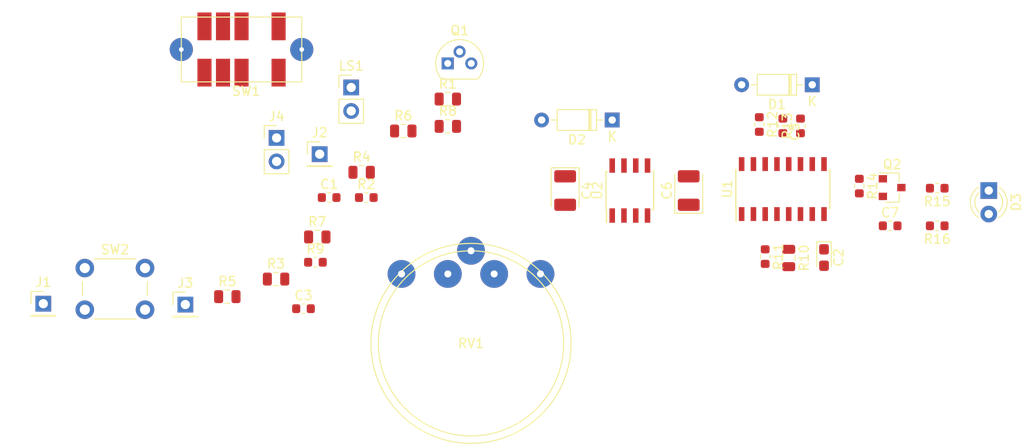
<source format=kicad_pcb>
(kicad_pcb (version 20171130) (host pcbnew 6.0.0-rc1-unknown-90178eb~66~ubuntu18.04.1)

  (general
    (thickness 1.6)
    (drawings 0)
    (tracks 0)
    (zones 0)
    (modules 38)
    (nets 34)
  )

  (page A4)
  (layers
    (0 F.Cu signal)
    (31 B.Cu signal)
    (32 B.Adhes user)
    (33 F.Adhes user)
    (34 B.Paste user)
    (35 F.Paste user)
    (36 B.SilkS user)
    (37 F.SilkS user)
    (38 B.Mask user)
    (39 F.Mask user)
    (40 Dwgs.User user)
    (41 Cmts.User user)
    (42 Eco1.User user)
    (43 Eco2.User user)
    (44 Edge.Cuts user)
    (45 Margin user)
    (46 B.CrtYd user)
    (47 F.CrtYd user)
    (48 B.Fab user)
    (49 F.Fab user)
  )

  (setup
    (last_trace_width 0.4)
    (user_trace_width 0.4)
    (trace_clearance 0.2)
    (zone_clearance 0.508)
    (zone_45_only no)
    (trace_min 0.2)
    (via_size 0.8)
    (via_drill 0.4)
    (via_min_size 0.4)
    (via_min_drill 0.3)
    (uvia_size 0.3)
    (uvia_drill 0.1)
    (uvias_allowed no)
    (uvia_min_size 0.2)
    (uvia_min_drill 0.1)
    (edge_width 0.05)
    (segment_width 0.2)
    (pcb_text_width 0.3)
    (pcb_text_size 1.5 1.5)
    (mod_edge_width 0.12)
    (mod_text_size 1 1)
    (mod_text_width 0.15)
    (pad_size 1.524 1.524)
    (pad_drill 0.762)
    (pad_to_mask_clearance 0.051)
    (solder_mask_min_width 0.25)
    (aux_axis_origin 0 0)
    (visible_elements FFFFFF7F)
    (pcbplotparams
      (layerselection 0x010fc_ffffffff)
      (usegerberextensions false)
      (usegerberattributes false)
      (usegerberadvancedattributes false)
      (creategerberjobfile false)
      (excludeedgelayer true)
      (linewidth 0.100000)
      (plotframeref false)
      (viasonmask false)
      (mode 1)
      (useauxorigin false)
      (hpglpennumber 1)
      (hpglpenspeed 20)
      (hpglpendiameter 15.000000)
      (psnegative false)
      (psa4output false)
      (plotreference true)
      (plotvalue true)
      (plotinvisibletext false)
      (padsonsilk false)
      (subtractmaskfromsilk false)
      (outputformat 1)
      (mirror false)
      (drillshape 1)
      (scaleselection 1)
      (outputdirectory ""))
  )

  (net 0 "")
  (net 1 "Net-(C1-Pad2)")
  (net 2 "Net-(C1-Pad1)")
  (net 3 GND)
  (net 4 "Net-(C2-Pad1)")
  (net 5 "Net-(C3-Pad2)")
  (net 6 "Net-(C3-Pad1)")
  (net 7 "Net-(C4-Pad1)")
  (net 8 "Net-(C5-Pad2)")
  (net 9 "Net-(C5-Pad1)")
  (net 10 VCC)
  (net 11 "Net-(C7-Pad2)")
  (net 12 "Net-(D1-Pad2)")
  (net 13 "Net-(D1-Pad1)")
  (net 14 "Net-(D2-Pad2)")
  (net 15 "Net-(D3-Pad1)")
  (net 16 "Net-(J2-Pad1)")
  (net 17 "Net-(J3-Pad1)")
  (net 18 "Net-(J4-Pad1)")
  (net 19 "Net-(LS1-Pad2)")
  (net 20 "Net-(Q2-Pad1)")
  (net 21 "Net-(R1-Pad2)")
  (net 22 "Net-(R2-Pad2)")
  (net 23 "Net-(R3-Pad2)")
  (net 24 "Net-(R4-Pad2)")
  (net 25 "Net-(R5-Pad2)")
  (net 26 "Net-(R6-Pad2)")
  (net 27 "Net-(R7-Pad2)")
  (net 28 "Net-(R11-Pad1)")
  (net 29 "Net-(R12-Pad2)")
  (net 30 "Net-(RV1-Pad2)")
  (net 31 "Net-(U1-Pad6)")
  (net 32 "Net-(U2-Pad5)")
  (net 33 "Net-(U2-Pad4)")

  (net_class Default "This is the default net class."
    (clearance 0.2)
    (trace_width 0.25)
    (via_dia 0.8)
    (via_drill 0.4)
    (uvia_dia 0.3)
    (uvia_drill 0.1)
    (add_net GND)
    (add_net "Net-(C1-Pad1)")
    (add_net "Net-(C1-Pad2)")
    (add_net "Net-(C2-Pad1)")
    (add_net "Net-(C3-Pad1)")
    (add_net "Net-(C3-Pad2)")
    (add_net "Net-(C4-Pad1)")
    (add_net "Net-(C5-Pad1)")
    (add_net "Net-(C5-Pad2)")
    (add_net "Net-(C7-Pad2)")
    (add_net "Net-(D1-Pad1)")
    (add_net "Net-(D1-Pad2)")
    (add_net "Net-(D2-Pad2)")
    (add_net "Net-(D3-Pad1)")
    (add_net "Net-(J2-Pad1)")
    (add_net "Net-(J3-Pad1)")
    (add_net "Net-(J4-Pad1)")
    (add_net "Net-(LS1-Pad2)")
    (add_net "Net-(Q2-Pad1)")
    (add_net "Net-(R1-Pad2)")
    (add_net "Net-(R11-Pad1)")
    (add_net "Net-(R12-Pad2)")
    (add_net "Net-(R2-Pad2)")
    (add_net "Net-(R3-Pad2)")
    (add_net "Net-(R4-Pad2)")
    (add_net "Net-(R5-Pad2)")
    (add_net "Net-(R6-Pad2)")
    (add_net "Net-(R7-Pad2)")
    (add_net "Net-(RV1-Pad2)")
    (add_net "Net-(U1-Pad6)")
    (add_net "Net-(U2-Pad4)")
    (add_net "Net-(U2-Pad5)")
    (add_net VCC)
  )

  (module detector:SW_SP3T2 (layer F.Cu) (tedit 5C4E0060) (tstamp 5C4E7DD3)
    (at 133.985 77.47)
    (path /5C581FE8)
    (fp_text reference SW1 (at 0.5 4.5) (layer F.SilkS)
      (effects (font (size 1 1) (thickness 0.15)))
    )
    (fp_text value SW_TP3T2 (at 0.5 -4.5) (layer F.Fab)
      (effects (font (size 1 1) (thickness 0.15)))
    )
    (fp_line (start -6.5 3.5) (end -6.5 0) (layer F.SilkS) (width 0.12))
    (fp_line (start 6.5 3.5) (end -6.5 3.5) (layer F.SilkS) (width 0.12))
    (fp_line (start 6.5 -3.5) (end 6.5 3.5) (layer F.SilkS) (width 0.12))
    (fp_line (start -6.5 -3.5) (end 6.5 -3.5) (layer F.SilkS) (width 0.12))
    (fp_line (start -6.5 0) (end -6.5 -3.5) (layer F.SilkS) (width 0.12))
    (pad 10 thru_hole circle (at 6.5 0) (size 2.5 2.5) (drill 0.5) (layers *.Cu *.Mask)
      (net 3 GND))
    (pad 9 thru_hole circle (at -6.5 0) (size 2.5 2.5) (drill 0.5) (layers *.Cu *.Mask)
      (net 3 GND))
    (pad 8 smd rect (at 4 -2.5) (size 1.524 3) (layers F.Cu F.Paste F.Mask))
    (pad 7 smd rect (at 0 -2.5) (size 1.524 3) (layers F.Cu F.Paste F.Mask))
    (pad 6 smd rect (at -2 -2.5) (size 1.524 3) (layers F.Cu F.Paste F.Mask))
    (pad 5 smd rect (at -4 -2.5) (size 1.524 3) (layers F.Cu F.Paste F.Mask))
    (pad 4 smd rect (at 4 2.5) (size 1.524 3) (layers F.Cu F.Paste F.Mask)
      (net 25 "Net-(R5-Pad2)"))
    (pad 3 smd rect (at 0 2.5) (size 1.524 3) (layers F.Cu F.Paste F.Mask)
      (net 3 GND))
    (pad 2 smd rect (at -2 2.5) (size 1.524 3) (layers F.Cu F.Paste F.Mask)
      (net 23 "Net-(R3-Pad2)"))
    (pad 1 smd rect (at -4 2.5) (size 1.524 3) (layers F.Cu F.Paste F.Mask)
      (net 22 "Net-(R2-Pad2)"))
  )

  (module Package_SO:SOIC-8_3.9x4.9mm_P1.27mm (layer F.Cu) (tedit 5A02F2D3) (tstamp 5C4E4D31)
    (at 175.895 92.71 90)
    (descr "8-Lead Plastic Small Outline (SN) - Narrow, 3.90 mm Body [SOIC] (see Microchip Packaging Specification http://ww1.microchip.com/downloads/en/PackagingSpec/00000049BQ.pdf)")
    (tags "SOIC 1.27")
    (path /5C2974AF)
    (attr smd)
    (fp_text reference U2 (at 0 -3.5 90) (layer F.SilkS)
      (effects (font (size 1 1) (thickness 0.15)))
    )
    (fp_text value L78L05_SO8 (at 0 3.5 90) (layer F.Fab)
      (effects (font (size 1 1) (thickness 0.15)))
    )
    (fp_line (start -2.075 -2.525) (end -3.475 -2.525) (layer F.SilkS) (width 0.15))
    (fp_line (start -2.075 2.575) (end 2.075 2.575) (layer F.SilkS) (width 0.15))
    (fp_line (start -2.075 -2.575) (end 2.075 -2.575) (layer F.SilkS) (width 0.15))
    (fp_line (start -2.075 2.575) (end -2.075 2.43) (layer F.SilkS) (width 0.15))
    (fp_line (start 2.075 2.575) (end 2.075 2.43) (layer F.SilkS) (width 0.15))
    (fp_line (start 2.075 -2.575) (end 2.075 -2.43) (layer F.SilkS) (width 0.15))
    (fp_line (start -2.075 -2.575) (end -2.075 -2.525) (layer F.SilkS) (width 0.15))
    (fp_line (start -3.73 2.7) (end 3.73 2.7) (layer F.CrtYd) (width 0.05))
    (fp_line (start -3.73 -2.7) (end 3.73 -2.7) (layer F.CrtYd) (width 0.05))
    (fp_line (start 3.73 -2.7) (end 3.73 2.7) (layer F.CrtYd) (width 0.05))
    (fp_line (start -3.73 -2.7) (end -3.73 2.7) (layer F.CrtYd) (width 0.05))
    (fp_line (start -1.95 -1.45) (end -0.95 -2.45) (layer F.Fab) (width 0.1))
    (fp_line (start -1.95 2.45) (end -1.95 -1.45) (layer F.Fab) (width 0.1))
    (fp_line (start 1.95 2.45) (end -1.95 2.45) (layer F.Fab) (width 0.1))
    (fp_line (start 1.95 -2.45) (end 1.95 2.45) (layer F.Fab) (width 0.1))
    (fp_line (start -0.95 -2.45) (end 1.95 -2.45) (layer F.Fab) (width 0.1))
    (fp_text user %R (at 0 0 90) (layer F.Fab)
      (effects (font (size 1 1) (thickness 0.15)))
    )
    (pad 8 smd rect (at 2.7 -1.905 90) (size 1.55 0.6) (layers F.Cu F.Paste F.Mask)
      (net 7 "Net-(C4-Pad1)"))
    (pad 7 smd rect (at 2.7 -0.635 90) (size 1.55 0.6) (layers F.Cu F.Paste F.Mask)
      (net 3 GND))
    (pad 6 smd rect (at 2.7 0.635 90) (size 1.55 0.6) (layers F.Cu F.Paste F.Mask)
      (net 3 GND))
    (pad 5 smd rect (at 2.7 1.905 90) (size 1.55 0.6) (layers F.Cu F.Paste F.Mask)
      (net 32 "Net-(U2-Pad5)"))
    (pad 4 smd rect (at -2.7 1.905 90) (size 1.55 0.6) (layers F.Cu F.Paste F.Mask)
      (net 33 "Net-(U2-Pad4)"))
    (pad 3 smd rect (at -2.7 0.635 90) (size 1.55 0.6) (layers F.Cu F.Paste F.Mask)
      (net 3 GND))
    (pad 2 smd rect (at -2.7 -0.635 90) (size 1.55 0.6) (layers F.Cu F.Paste F.Mask)
      (net 3 GND))
    (pad 1 smd rect (at -2.7 -1.905 90) (size 1.55 0.6) (layers F.Cu F.Paste F.Mask)
      (net 10 VCC))
    (model ${KISYS3DMOD}/Package_SO.3dshapes/SOIC-8_3.9x4.9mm_P1.27mm.wrl
      (at (xyz 0 0 0))
      (scale (xyz 1 1 1))
      (rotate (xyz 0 0 0))
    )
  )

  (module Package_SO:SOIC-16_3.9x9.9mm_P1.27mm (layer F.Cu) (tedit 5A02F2D3) (tstamp 5C4E4D14)
    (at 192.405 92.55 90)
    (descr "16-Lead Plastic Small Outline (SL) - Narrow, 3.90 mm Body [SOIC] (see Microchip Packaging Specification 00000049BS.pdf)")
    (tags "SOIC 1.27")
    (path /5C0BAC56)
    (attr smd)
    (fp_text reference U1 (at 0 -6 90) (layer F.SilkS)
      (effects (font (size 1 1) (thickness 0.15)))
    )
    (fp_text value 4049 (at 0 6 90) (layer F.Fab)
      (effects (font (size 1 1) (thickness 0.15)))
    )
    (fp_line (start -2.075 -5.05) (end -3.45 -5.05) (layer F.SilkS) (width 0.15))
    (fp_line (start -2.075 5.075) (end 2.075 5.075) (layer F.SilkS) (width 0.15))
    (fp_line (start -2.075 -5.075) (end 2.075 -5.075) (layer F.SilkS) (width 0.15))
    (fp_line (start -2.075 5.075) (end -2.075 4.97) (layer F.SilkS) (width 0.15))
    (fp_line (start 2.075 5.075) (end 2.075 4.97) (layer F.SilkS) (width 0.15))
    (fp_line (start 2.075 -5.075) (end 2.075 -4.97) (layer F.SilkS) (width 0.15))
    (fp_line (start -2.075 -5.075) (end -2.075 -5.05) (layer F.SilkS) (width 0.15))
    (fp_line (start -3.7 5.25) (end 3.7 5.25) (layer F.CrtYd) (width 0.05))
    (fp_line (start -3.7 -5.25) (end 3.7 -5.25) (layer F.CrtYd) (width 0.05))
    (fp_line (start 3.7 -5.25) (end 3.7 5.25) (layer F.CrtYd) (width 0.05))
    (fp_line (start -3.7 -5.25) (end -3.7 5.25) (layer F.CrtYd) (width 0.05))
    (fp_line (start -1.95 -3.95) (end -0.95 -4.95) (layer F.Fab) (width 0.15))
    (fp_line (start -1.95 4.95) (end -1.95 -3.95) (layer F.Fab) (width 0.15))
    (fp_line (start 1.95 4.95) (end -1.95 4.95) (layer F.Fab) (width 0.15))
    (fp_line (start 1.95 -4.95) (end 1.95 4.95) (layer F.Fab) (width 0.15))
    (fp_line (start -0.95 -4.95) (end 1.95 -4.95) (layer F.Fab) (width 0.15))
    (fp_text user %R (at 0 0 90) (layer F.Fab)
      (effects (font (size 0.9 0.9) (thickness 0.135)))
    )
    (pad 16 smd rect (at 2.7 -4.445 90) (size 1.5 0.6) (layers F.Cu F.Paste F.Mask))
    (pad 15 smd rect (at 2.7 -3.175 90) (size 1.5 0.6) (layers F.Cu F.Paste F.Mask)
      (net 9 "Net-(C5-Pad1)"))
    (pad 14 smd rect (at 2.7 -1.905 90) (size 1.5 0.6) (layers F.Cu F.Paste F.Mask)
      (net 29 "Net-(R12-Pad2)"))
    (pad 13 smd rect (at 2.7 -0.635 90) (size 1.5 0.6) (layers F.Cu F.Paste F.Mask))
    (pad 12 smd rect (at 2.7 0.635 90) (size 1.5 0.6) (layers F.Cu F.Paste F.Mask)
      (net 29 "Net-(R12-Pad2)"))
    (pad 11 smd rect (at 2.7 1.905 90) (size 1.5 0.6) (layers F.Cu F.Paste F.Mask)
      (net 12 "Net-(D1-Pad2)"))
    (pad 10 smd rect (at 2.7 3.175 90) (size 1.5 0.6) (layers F.Cu F.Paste F.Mask)
      (net 13 "Net-(D1-Pad1)"))
    (pad 9 smd rect (at 2.7 4.445 90) (size 1.5 0.6) (layers F.Cu F.Paste F.Mask)
      (net 31 "Net-(U1-Pad6)"))
    (pad 8 smd rect (at -2.7 4.445 90) (size 1.5 0.6) (layers F.Cu F.Paste F.Mask)
      (net 3 GND))
    (pad 7 smd rect (at -2.7 3.175 90) (size 1.5 0.6) (layers F.Cu F.Paste F.Mask)
      (net 30 "Net-(RV1-Pad2)"))
    (pad 6 smd rect (at -2.7 1.905 90) (size 1.5 0.6) (layers F.Cu F.Paste F.Mask)
      (net 31 "Net-(U1-Pad6)"))
    (pad 5 smd rect (at -2.7 0.635 90) (size 1.5 0.6) (layers F.Cu F.Paste F.Mask)
      (net 6 "Net-(C3-Pad1)"))
    (pad 4 smd rect (at -2.7 -0.635 90) (size 1.5 0.6) (layers F.Cu F.Paste F.Mask)
      (net 28 "Net-(R11-Pad1)"))
    (pad 3 smd rect (at -2.7 -1.905 90) (size 1.5 0.6) (layers F.Cu F.Paste F.Mask))
    (pad 2 smd rect (at -2.7 -3.175 90) (size 1.5 0.6) (layers F.Cu F.Paste F.Mask))
    (pad 1 smd rect (at -2.7 -4.445 90) (size 1.5 0.6) (layers F.Cu F.Paste F.Mask)
      (net 10 VCC))
    (model ${KISYS3DMOD}/Package_SO.3dshapes/SOIC-16_3.9x9.9mm_P1.27mm.wrl
      (at (xyz 0 0 0))
      (scale (xyz 1 1 1))
      (rotate (xyz 0 0 0))
    )
  )

  (module Button_Switch_THT:SW_PUSH_6mm_H8mm (layer F.Cu) (tedit 5A02FE31) (tstamp 5C4E4CEF)
    (at 117.070001 101.085001)
    (descr "tactile push button, 6x6mm e.g. PHAP33xx series, height=8mm")
    (tags "tact sw push 6mm")
    (path /5C29A026)
    (fp_text reference SW2 (at 3.25 -2) (layer F.SilkS)
      (effects (font (size 1 1) (thickness 0.15)))
    )
    (fp_text value 4 (at 3.75 6.7) (layer F.Fab)
      (effects (font (size 1 1) (thickness 0.15)))
    )
    (fp_circle (center 3.25 2.25) (end 1.25 2.5) (layer F.Fab) (width 0.1))
    (fp_line (start 6.75 3) (end 6.75 1.5) (layer F.SilkS) (width 0.12))
    (fp_line (start 5.5 -1) (end 1 -1) (layer F.SilkS) (width 0.12))
    (fp_line (start -0.25 1.5) (end -0.25 3) (layer F.SilkS) (width 0.12))
    (fp_line (start 1 5.5) (end 5.5 5.5) (layer F.SilkS) (width 0.12))
    (fp_line (start 8 -1.25) (end 8 5.75) (layer F.CrtYd) (width 0.05))
    (fp_line (start 7.75 6) (end -1.25 6) (layer F.CrtYd) (width 0.05))
    (fp_line (start -1.5 5.75) (end -1.5 -1.25) (layer F.CrtYd) (width 0.05))
    (fp_line (start -1.25 -1.5) (end 7.75 -1.5) (layer F.CrtYd) (width 0.05))
    (fp_line (start -1.5 6) (end -1.25 6) (layer F.CrtYd) (width 0.05))
    (fp_line (start -1.5 5.75) (end -1.5 6) (layer F.CrtYd) (width 0.05))
    (fp_line (start -1.5 -1.5) (end -1.25 -1.5) (layer F.CrtYd) (width 0.05))
    (fp_line (start -1.5 -1.25) (end -1.5 -1.5) (layer F.CrtYd) (width 0.05))
    (fp_line (start 8 -1.5) (end 8 -1.25) (layer F.CrtYd) (width 0.05))
    (fp_line (start 7.75 -1.5) (end 8 -1.5) (layer F.CrtYd) (width 0.05))
    (fp_line (start 8 6) (end 8 5.75) (layer F.CrtYd) (width 0.05))
    (fp_line (start 7.75 6) (end 8 6) (layer F.CrtYd) (width 0.05))
    (fp_line (start 0.25 -0.75) (end 3.25 -0.75) (layer F.Fab) (width 0.1))
    (fp_line (start 0.25 5.25) (end 0.25 -0.75) (layer F.Fab) (width 0.1))
    (fp_line (start 6.25 5.25) (end 0.25 5.25) (layer F.Fab) (width 0.1))
    (fp_line (start 6.25 -0.75) (end 6.25 5.25) (layer F.Fab) (width 0.1))
    (fp_line (start 3.25 -0.75) (end 6.25 -0.75) (layer F.Fab) (width 0.1))
    (fp_text user %R (at 3.25 2.25) (layer F.Fab)
      (effects (font (size 1 1) (thickness 0.15)))
    )
    (pad 1 thru_hole circle (at 6.5 0 90) (size 2 2) (drill 1.1) (layers *.Cu *.Mask)
      (net 16 "Net-(J2-Pad1)"))
    (pad 2 thru_hole circle (at 6.5 4.5 90) (size 2 2) (drill 1.1) (layers *.Cu *.Mask)
      (net 21 "Net-(R1-Pad2)"))
    (pad 1 thru_hole circle (at 0 0 90) (size 2 2) (drill 1.1) (layers *.Cu *.Mask)
      (net 16 "Net-(J2-Pad1)"))
    (pad 2 thru_hole circle (at 0 4.5 90) (size 2 2) (drill 1.1) (layers *.Cu *.Mask)
      (net 21 "Net-(R1-Pad2)"))
    (model ${KISYS3DMOD}/Button_Switch_THT.3dshapes/SW_PUSH_6mm_H8mm.wrl
      (at (xyz 0 0 0))
      (scale (xyz 1 1 1))
      (rotate (xyz 0 0 0))
    )
  )

  (module detector:Pot (layer F.Cu) (tedit 5C3E470E) (tstamp 5C4E4CBD)
    (at 158.75 109.22)
    (path /5C3FD08E)
    (fp_text reference RV1 (at 0 0) (layer F.SilkS)
      (effects (font (size 1 1) (thickness 0.15)))
    )
    (fp_text value 47k (at 0 -2.5) (layer F.Fab)
      (effects (font (size 1 1) (thickness 0.15)))
    )
    (fp_circle (center 0 0) (end 10 -0.1) (layer F.SilkS) (width 0.12))
    (fp_circle (center 0 0) (end 10.8 0) (layer F.SilkS) (width 0.12))
    (pad 5 thru_hole circle (at 7.5 -7.5) (size 3 3) (drill 0.762) (layers *.Cu *.Mask)
      (net 14 "Net-(D2-Pad2)"))
    (pad 4 thru_hole circle (at -7.5 -7.5) (size 3 3) (drill 0.762) (layers *.Cu *.Mask)
      (net 18 "Net-(J4-Pad1)"))
    (pad 3 thru_hole circle (at 2.5 -7.5) (size 3 3) (drill 0.762) (layers *.Cu *.Mask)
      (net 3 GND))
    (pad 2 thru_hole circle (at 0 -10) (size 3 3) (drill 0.762) (layers *.Cu *.Mask)
      (net 30 "Net-(RV1-Pad2)"))
    (pad 1 thru_hole circle (at -2.5 -7.5) (size 3 3) (drill 0.762) (layers *.Cu *.Mask)
      (net 28 "Net-(R11-Pad1)"))
  )

  (module Resistor_SMD:R_0603_1608Metric (layer F.Cu) (tedit 5B301BBD) (tstamp 5C4E4CB2)
    (at 209.0675 96.52 180)
    (descr "Resistor SMD 0603 (1608 Metric), square (rectangular) end terminal, IPC_7351 nominal, (Body size source: http://www.tortai-tech.com/upload/download/2011102023233369053.pdf), generated with kicad-footprint-generator")
    (tags resistor)
    (path /5C0D1343)
    (attr smd)
    (fp_text reference R16 (at 0 -1.43 180) (layer F.SilkS)
      (effects (font (size 1 1) (thickness 0.15)))
    )
    (fp_text value 100 (at 0 1.43 180) (layer F.Fab)
      (effects (font (size 1 1) (thickness 0.15)))
    )
    (fp_text user %R (at 0 0 180) (layer F.Fab)
      (effects (font (size 0.4 0.4) (thickness 0.06)))
    )
    (fp_line (start 1.48 0.73) (end -1.48 0.73) (layer F.CrtYd) (width 0.05))
    (fp_line (start 1.48 -0.73) (end 1.48 0.73) (layer F.CrtYd) (width 0.05))
    (fp_line (start -1.48 -0.73) (end 1.48 -0.73) (layer F.CrtYd) (width 0.05))
    (fp_line (start -1.48 0.73) (end -1.48 -0.73) (layer F.CrtYd) (width 0.05))
    (fp_line (start -0.162779 0.51) (end 0.162779 0.51) (layer F.SilkS) (width 0.12))
    (fp_line (start -0.162779 -0.51) (end 0.162779 -0.51) (layer F.SilkS) (width 0.12))
    (fp_line (start 0.8 0.4) (end -0.8 0.4) (layer F.Fab) (width 0.1))
    (fp_line (start 0.8 -0.4) (end 0.8 0.4) (layer F.Fab) (width 0.1))
    (fp_line (start -0.8 -0.4) (end 0.8 -0.4) (layer F.Fab) (width 0.1))
    (fp_line (start -0.8 0.4) (end -0.8 -0.4) (layer F.Fab) (width 0.1))
    (pad 2 smd roundrect (at 0.7875 0 180) (size 0.875 0.95) (layers F.Cu F.Paste F.Mask) (roundrect_rratio 0.25)
      (net 11 "Net-(C7-Pad2)"))
    (pad 1 smd roundrect (at -0.7875 0 180) (size 0.875 0.95) (layers F.Cu F.Paste F.Mask) (roundrect_rratio 0.25)
      (net 19 "Net-(LS1-Pad2)"))
    (model ${KISYS3DMOD}/Resistor_SMD.3dshapes/R_0603_1608Metric.wrl
      (at (xyz 0 0 0))
      (scale (xyz 1 1 1))
      (rotate (xyz 0 0 0))
    )
  )

  (module Resistor_SMD:R_0603_1608Metric (layer F.Cu) (tedit 5B301BBD) (tstamp 5C4E4CA1)
    (at 209.0675 92.456 180)
    (descr "Resistor SMD 0603 (1608 Metric), square (rectangular) end terminal, IPC_7351 nominal, (Body size source: http://www.tortai-tech.com/upload/download/2011102023233369053.pdf), generated with kicad-footprint-generator")
    (tags resistor)
    (path /5C0D09BD)
    (attr smd)
    (fp_text reference R15 (at 0 -1.43 180) (layer F.SilkS)
      (effects (font (size 1 1) (thickness 0.15)))
    )
    (fp_text value 470 (at 0 1.43 180) (layer F.Fab)
      (effects (font (size 1 1) (thickness 0.15)))
    )
    (fp_text user %R (at 0 0 180) (layer F.Fab)
      (effects (font (size 0.4 0.4) (thickness 0.06)))
    )
    (fp_line (start 1.48 0.73) (end -1.48 0.73) (layer F.CrtYd) (width 0.05))
    (fp_line (start 1.48 -0.73) (end 1.48 0.73) (layer F.CrtYd) (width 0.05))
    (fp_line (start -1.48 -0.73) (end 1.48 -0.73) (layer F.CrtYd) (width 0.05))
    (fp_line (start -1.48 0.73) (end -1.48 -0.73) (layer F.CrtYd) (width 0.05))
    (fp_line (start -0.162779 0.51) (end 0.162779 0.51) (layer F.SilkS) (width 0.12))
    (fp_line (start -0.162779 -0.51) (end 0.162779 -0.51) (layer F.SilkS) (width 0.12))
    (fp_line (start 0.8 0.4) (end -0.8 0.4) (layer F.Fab) (width 0.1))
    (fp_line (start 0.8 -0.4) (end 0.8 0.4) (layer F.Fab) (width 0.1))
    (fp_line (start -0.8 -0.4) (end 0.8 -0.4) (layer F.Fab) (width 0.1))
    (fp_line (start -0.8 0.4) (end -0.8 -0.4) (layer F.Fab) (width 0.1))
    (pad 2 smd roundrect (at 0.7875 0 180) (size 0.875 0.95) (layers F.Cu F.Paste F.Mask) (roundrect_rratio 0.25)
      (net 11 "Net-(C7-Pad2)"))
    (pad 1 smd roundrect (at -0.7875 0 180) (size 0.875 0.95) (layers F.Cu F.Paste F.Mask) (roundrect_rratio 0.25)
      (net 15 "Net-(D3-Pad1)"))
    (model ${KISYS3DMOD}/Resistor_SMD.3dshapes/R_0603_1608Metric.wrl
      (at (xyz 0 0 0))
      (scale (xyz 1 1 1))
      (rotate (xyz 0 0 0))
    )
  )

  (module Resistor_SMD:R_0603_1608Metric (layer F.Cu) (tedit 5B301BBD) (tstamp 5C4E4C90)
    (at 200.66 92.2275 270)
    (descr "Resistor SMD 0603 (1608 Metric), square (rectangular) end terminal, IPC_7351 nominal, (Body size source: http://www.tortai-tech.com/upload/download/2011102023233369053.pdf), generated with kicad-footprint-generator")
    (tags resistor)
    (path /5C0D1D84)
    (attr smd)
    (fp_text reference R14 (at 0 -1.43 270) (layer F.SilkS)
      (effects (font (size 1 1) (thickness 0.15)))
    )
    (fp_text value 18k (at 0 1.43 270) (layer F.Fab)
      (effects (font (size 1 1) (thickness 0.15)))
    )
    (fp_text user %R (at 0 0 270) (layer F.Fab)
      (effects (font (size 0.4 0.4) (thickness 0.06)))
    )
    (fp_line (start 1.48 0.73) (end -1.48 0.73) (layer F.CrtYd) (width 0.05))
    (fp_line (start 1.48 -0.73) (end 1.48 0.73) (layer F.CrtYd) (width 0.05))
    (fp_line (start -1.48 -0.73) (end 1.48 -0.73) (layer F.CrtYd) (width 0.05))
    (fp_line (start -1.48 0.73) (end -1.48 -0.73) (layer F.CrtYd) (width 0.05))
    (fp_line (start -0.162779 0.51) (end 0.162779 0.51) (layer F.SilkS) (width 0.12))
    (fp_line (start -0.162779 -0.51) (end 0.162779 -0.51) (layer F.SilkS) (width 0.12))
    (fp_line (start 0.8 0.4) (end -0.8 0.4) (layer F.Fab) (width 0.1))
    (fp_line (start 0.8 -0.4) (end 0.8 0.4) (layer F.Fab) (width 0.1))
    (fp_line (start -0.8 -0.4) (end 0.8 -0.4) (layer F.Fab) (width 0.1))
    (fp_line (start -0.8 0.4) (end -0.8 -0.4) (layer F.Fab) (width 0.1))
    (pad 2 smd roundrect (at 0.7875 0 270) (size 0.875 0.95) (layers F.Cu F.Paste F.Mask) (roundrect_rratio 0.25)
      (net 9 "Net-(C5-Pad1)"))
    (pad 1 smd roundrect (at -0.7875 0 270) (size 0.875 0.95) (layers F.Cu F.Paste F.Mask) (roundrect_rratio 0.25)
      (net 20 "Net-(Q2-Pad1)"))
    (model ${KISYS3DMOD}/Resistor_SMD.3dshapes/R_0603_1608Metric.wrl
      (at (xyz 0 0 0))
      (scale (xyz 1 1 1))
      (rotate (xyz 0 0 0))
    )
  )

  (module Resistor_SMD:R_0603_1608Metric (layer F.Cu) (tedit 5B301BBD) (tstamp 5C4E4C7F)
    (at 194.31 85.725 90)
    (descr "Resistor SMD 0603 (1608 Metric), square (rectangular) end terminal, IPC_7351 nominal, (Body size source: http://www.tortai-tech.com/upload/download/2011102023233369053.pdf), generated with kicad-footprint-generator")
    (tags resistor)
    (path /5C0D1F8A)
    (attr smd)
    (fp_text reference R13 (at 0 -1.43 90) (layer F.SilkS)
      (effects (font (size 1 1) (thickness 0.15)))
    )
    (fp_text value 390k (at 0 1.43 90) (layer F.Fab)
      (effects (font (size 1 1) (thickness 0.15)))
    )
    (fp_text user %R (at 0 0 90) (layer F.Fab)
      (effects (font (size 0.4 0.4) (thickness 0.06)))
    )
    (fp_line (start 1.48 0.73) (end -1.48 0.73) (layer F.CrtYd) (width 0.05))
    (fp_line (start 1.48 -0.73) (end 1.48 0.73) (layer F.CrtYd) (width 0.05))
    (fp_line (start -1.48 -0.73) (end 1.48 -0.73) (layer F.CrtYd) (width 0.05))
    (fp_line (start -1.48 0.73) (end -1.48 -0.73) (layer F.CrtYd) (width 0.05))
    (fp_line (start -0.162779 0.51) (end 0.162779 0.51) (layer F.SilkS) (width 0.12))
    (fp_line (start -0.162779 -0.51) (end 0.162779 -0.51) (layer F.SilkS) (width 0.12))
    (fp_line (start 0.8 0.4) (end -0.8 0.4) (layer F.Fab) (width 0.1))
    (fp_line (start 0.8 -0.4) (end 0.8 0.4) (layer F.Fab) (width 0.1))
    (fp_line (start -0.8 -0.4) (end 0.8 -0.4) (layer F.Fab) (width 0.1))
    (fp_line (start -0.8 0.4) (end -0.8 -0.4) (layer F.Fab) (width 0.1))
    (pad 2 smd roundrect (at 0.7875 0 90) (size 0.875 0.95) (layers F.Cu F.Paste F.Mask) (roundrect_rratio 0.25)
      (net 8 "Net-(C5-Pad2)"))
    (pad 1 smd roundrect (at -0.7875 0 90) (size 0.875 0.95) (layers F.Cu F.Paste F.Mask) (roundrect_rratio 0.25)
      (net 12 "Net-(D1-Pad2)"))
    (model ${KISYS3DMOD}/Resistor_SMD.3dshapes/R_0603_1608Metric.wrl
      (at (xyz 0 0 0))
      (scale (xyz 1 1 1))
      (rotate (xyz 0 0 0))
    )
  )

  (module Resistor_SMD:R_0603_1608Metric (layer F.Cu) (tedit 5B301BBD) (tstamp 5C4E4C6E)
    (at 189.865 85.5725 270)
    (descr "Resistor SMD 0603 (1608 Metric), square (rectangular) end terminal, IPC_7351 nominal, (Body size source: http://www.tortai-tech.com/upload/download/2011102023233369053.pdf), generated with kicad-footprint-generator")
    (tags resistor)
    (path /5C0D159B)
    (attr smd)
    (fp_text reference R12 (at 0 -1.43 270) (layer F.SilkS)
      (effects (font (size 1 1) (thickness 0.15)))
    )
    (fp_text value 510k (at 0 1.43 270) (layer F.Fab)
      (effects (font (size 1 1) (thickness 0.15)))
    )
    (fp_text user %R (at 0 0 270) (layer F.Fab)
      (effects (font (size 0.4 0.4) (thickness 0.06)))
    )
    (fp_line (start 1.48 0.73) (end -1.48 0.73) (layer F.CrtYd) (width 0.05))
    (fp_line (start 1.48 -0.73) (end 1.48 0.73) (layer F.CrtYd) (width 0.05))
    (fp_line (start -1.48 -0.73) (end 1.48 -0.73) (layer F.CrtYd) (width 0.05))
    (fp_line (start -1.48 0.73) (end -1.48 -0.73) (layer F.CrtYd) (width 0.05))
    (fp_line (start -0.162779 0.51) (end 0.162779 0.51) (layer F.SilkS) (width 0.12))
    (fp_line (start -0.162779 -0.51) (end 0.162779 -0.51) (layer F.SilkS) (width 0.12))
    (fp_line (start 0.8 0.4) (end -0.8 0.4) (layer F.Fab) (width 0.1))
    (fp_line (start 0.8 -0.4) (end 0.8 0.4) (layer F.Fab) (width 0.1))
    (fp_line (start -0.8 -0.4) (end 0.8 -0.4) (layer F.Fab) (width 0.1))
    (fp_line (start -0.8 0.4) (end -0.8 -0.4) (layer F.Fab) (width 0.1))
    (pad 2 smd roundrect (at 0.7875 0 270) (size 0.875 0.95) (layers F.Cu F.Paste F.Mask) (roundrect_rratio 0.25)
      (net 29 "Net-(R12-Pad2)"))
    (pad 1 smd roundrect (at -0.7875 0 270) (size 0.875 0.95) (layers F.Cu F.Paste F.Mask) (roundrect_rratio 0.25)
      (net 8 "Net-(C5-Pad2)"))
    (model ${KISYS3DMOD}/Resistor_SMD.3dshapes/R_0603_1608Metric.wrl
      (at (xyz 0 0 0))
      (scale (xyz 1 1 1))
      (rotate (xyz 0 0 0))
    )
  )

  (module Resistor_SMD:R_0603_1608Metric (layer F.Cu) (tedit 5B301BBD) (tstamp 5C4E4C5D)
    (at 190.5 99.8475 270)
    (descr "Resistor SMD 0603 (1608 Metric), square (rectangular) end terminal, IPC_7351 nominal, (Body size source: http://www.tortai-tech.com/upload/download/2011102023233369053.pdf), generated with kicad-footprint-generator")
    (tags resistor)
    (path /5C0D0CEA)
    (attr smd)
    (fp_text reference R11 (at 0 -1.43 270) (layer F.SilkS)
      (effects (font (size 1 1) (thickness 0.15)))
    )
    (fp_text value 100k (at 0 1.43 270) (layer F.Fab)
      (effects (font (size 1 1) (thickness 0.15)))
    )
    (fp_text user %R (at 0 0 270) (layer F.Fab)
      (effects (font (size 0.4 0.4) (thickness 0.06)))
    )
    (fp_line (start 1.48 0.73) (end -1.48 0.73) (layer F.CrtYd) (width 0.05))
    (fp_line (start 1.48 -0.73) (end 1.48 0.73) (layer F.CrtYd) (width 0.05))
    (fp_line (start -1.48 -0.73) (end 1.48 -0.73) (layer F.CrtYd) (width 0.05))
    (fp_line (start -1.48 0.73) (end -1.48 -0.73) (layer F.CrtYd) (width 0.05))
    (fp_line (start -0.162779 0.51) (end 0.162779 0.51) (layer F.SilkS) (width 0.12))
    (fp_line (start -0.162779 -0.51) (end 0.162779 -0.51) (layer F.SilkS) (width 0.12))
    (fp_line (start 0.8 0.4) (end -0.8 0.4) (layer F.Fab) (width 0.1))
    (fp_line (start 0.8 -0.4) (end 0.8 0.4) (layer F.Fab) (width 0.1))
    (fp_line (start -0.8 -0.4) (end 0.8 -0.4) (layer F.Fab) (width 0.1))
    (fp_line (start -0.8 0.4) (end -0.8 -0.4) (layer F.Fab) (width 0.1))
    (pad 2 smd roundrect (at 0.7875 0 270) (size 0.875 0.95) (layers F.Cu F.Paste F.Mask) (roundrect_rratio 0.25)
      (net 4 "Net-(C2-Pad1)"))
    (pad 1 smd roundrect (at -0.7875 0 270) (size 0.875 0.95) (layers F.Cu F.Paste F.Mask) (roundrect_rratio 0.25)
      (net 28 "Net-(R11-Pad1)"))
    (model ${KISYS3DMOD}/Resistor_SMD.3dshapes/R_0603_1608Metric.wrl
      (at (xyz 0 0 0))
      (scale (xyz 1 1 1))
      (rotate (xyz 0 0 0))
    )
  )

  (module Resistor_SMD:R_0805_2012Metric (layer F.Cu) (tedit 5B36C52B) (tstamp 5C4E4C4C)
    (at 193.04 99.9975 270)
    (descr "Resistor SMD 0805 (2012 Metric), square (rectangular) end terminal, IPC_7351 nominal, (Body size source: https://docs.google.com/spreadsheets/d/1BsfQQcO9C6DZCsRaXUlFlo91Tg2WpOkGARC1WS5S8t0/edit?usp=sharing), generated with kicad-footprint-generator")
    (tags resistor)
    (path /5C0D1878)
    (attr smd)
    (fp_text reference R10 (at 0 -1.65 270) (layer F.SilkS)
      (effects (font (size 1 1) (thickness 0.15)))
    )
    (fp_text value 9M1 (at 0 1.65 270) (layer F.Fab)
      (effects (font (size 1 1) (thickness 0.15)))
    )
    (fp_text user %R (at 0 0 270) (layer F.Fab)
      (effects (font (size 0.5 0.5) (thickness 0.08)))
    )
    (fp_line (start 1.68 0.95) (end -1.68 0.95) (layer F.CrtYd) (width 0.05))
    (fp_line (start 1.68 -0.95) (end 1.68 0.95) (layer F.CrtYd) (width 0.05))
    (fp_line (start -1.68 -0.95) (end 1.68 -0.95) (layer F.CrtYd) (width 0.05))
    (fp_line (start -1.68 0.95) (end -1.68 -0.95) (layer F.CrtYd) (width 0.05))
    (fp_line (start -0.258578 0.71) (end 0.258578 0.71) (layer F.SilkS) (width 0.12))
    (fp_line (start -0.258578 -0.71) (end 0.258578 -0.71) (layer F.SilkS) (width 0.12))
    (fp_line (start 1 0.6) (end -1 0.6) (layer F.Fab) (width 0.1))
    (fp_line (start 1 -0.6) (end 1 0.6) (layer F.Fab) (width 0.1))
    (fp_line (start -1 -0.6) (end 1 -0.6) (layer F.Fab) (width 0.1))
    (fp_line (start -1 0.6) (end -1 -0.6) (layer F.Fab) (width 0.1))
    (pad 2 smd roundrect (at 0.9375 0 270) (size 0.975 1.4) (layers F.Cu F.Paste F.Mask) (roundrect_rratio 0.25)
      (net 4 "Net-(C2-Pad1)"))
    (pad 1 smd roundrect (at -0.9375 0 270) (size 0.975 1.4) (layers F.Cu F.Paste F.Mask) (roundrect_rratio 0.25)
      (net 6 "Net-(C3-Pad1)"))
    (model ${KISYS3DMOD}/Resistor_SMD.3dshapes/R_0805_2012Metric.wrl
      (at (xyz 0 0 0))
      (scale (xyz 1 1 1))
      (rotate (xyz 0 0 0))
    )
  )

  (module Resistor_SMD:R_0603_1608Metric (layer F.Cu) (tedit 5B301BBD) (tstamp 5C4E4C3B)
    (at 141.960001 100.455001)
    (descr "Resistor SMD 0603 (1608 Metric), square (rectangular) end terminal, IPC_7351 nominal, (Body size source: http://www.tortai-tech.com/upload/download/2011102023233369053.pdf), generated with kicad-footprint-generator")
    (tags resistor)
    (path /5C0D04EB)
    (attr smd)
    (fp_text reference R9 (at 0 -1.43) (layer F.SilkS)
      (effects (font (size 1 1) (thickness 0.15)))
    )
    (fp_text value 100k (at 0 1.43) (layer F.Fab)
      (effects (font (size 1 1) (thickness 0.15)))
    )
    (fp_text user %R (at 0 0) (layer F.Fab)
      (effects (font (size 0.4 0.4) (thickness 0.06)))
    )
    (fp_line (start 1.48 0.73) (end -1.48 0.73) (layer F.CrtYd) (width 0.05))
    (fp_line (start 1.48 -0.73) (end 1.48 0.73) (layer F.CrtYd) (width 0.05))
    (fp_line (start -1.48 -0.73) (end 1.48 -0.73) (layer F.CrtYd) (width 0.05))
    (fp_line (start -1.48 0.73) (end -1.48 -0.73) (layer F.CrtYd) (width 0.05))
    (fp_line (start -0.162779 0.51) (end 0.162779 0.51) (layer F.SilkS) (width 0.12))
    (fp_line (start -0.162779 -0.51) (end 0.162779 -0.51) (layer F.SilkS) (width 0.12))
    (fp_line (start 0.8 0.4) (end -0.8 0.4) (layer F.Fab) (width 0.1))
    (fp_line (start 0.8 -0.4) (end 0.8 0.4) (layer F.Fab) (width 0.1))
    (fp_line (start -0.8 -0.4) (end 0.8 -0.4) (layer F.Fab) (width 0.1))
    (fp_line (start -0.8 0.4) (end -0.8 -0.4) (layer F.Fab) (width 0.1))
    (pad 2 smd roundrect (at 0.7875 0) (size 0.875 0.95) (layers F.Cu F.Paste F.Mask) (roundrect_rratio 0.25)
      (net 3 GND))
    (pad 1 smd roundrect (at -0.7875 0) (size 0.875 0.95) (layers F.Cu F.Paste F.Mask) (roundrect_rratio 0.25)
      (net 5 "Net-(C3-Pad2)"))
    (model ${KISYS3DMOD}/Resistor_SMD.3dshapes/R_0603_1608Metric.wrl
      (at (xyz 0 0 0))
      (scale (xyz 1 1 1))
      (rotate (xyz 0 0 0))
    )
  )

  (module Resistor_SMD:R_0805_2012Metric (layer F.Cu) (tedit 5B36C52B) (tstamp 5C4E4C2A)
    (at 156.250001 85.775001)
    (descr "Resistor SMD 0805 (2012 Metric), square (rectangular) end terminal, IPC_7351 nominal, (Body size source: https://docs.google.com/spreadsheets/d/1BsfQQcO9C6DZCsRaXUlFlo91Tg2WpOkGARC1WS5S8t0/edit?usp=sharing), generated with kicad-footprint-generator")
    (tags resistor)
    (path /5C3D326D)
    (attr smd)
    (fp_text reference R8 (at 0 -1.65) (layer F.SilkS)
      (effects (font (size 1 1) (thickness 0.15)))
    )
    (fp_text value 5M1 (at 0 1.65) (layer F.Fab)
      (effects (font (size 1 1) (thickness 0.15)))
    )
    (fp_text user %R (at 0 0) (layer F.Fab)
      (effects (font (size 0.5 0.5) (thickness 0.08)))
    )
    (fp_line (start 1.68 0.95) (end -1.68 0.95) (layer F.CrtYd) (width 0.05))
    (fp_line (start 1.68 -0.95) (end 1.68 0.95) (layer F.CrtYd) (width 0.05))
    (fp_line (start -1.68 -0.95) (end 1.68 -0.95) (layer F.CrtYd) (width 0.05))
    (fp_line (start -1.68 0.95) (end -1.68 -0.95) (layer F.CrtYd) (width 0.05))
    (fp_line (start -0.258578 0.71) (end 0.258578 0.71) (layer F.SilkS) (width 0.12))
    (fp_line (start -0.258578 -0.71) (end 0.258578 -0.71) (layer F.SilkS) (width 0.12))
    (fp_line (start 1 0.6) (end -1 0.6) (layer F.Fab) (width 0.1))
    (fp_line (start 1 -0.6) (end 1 0.6) (layer F.Fab) (width 0.1))
    (fp_line (start -1 -0.6) (end 1 -0.6) (layer F.Fab) (width 0.1))
    (fp_line (start -1 0.6) (end -1 -0.6) (layer F.Fab) (width 0.1))
    (pad 2 smd roundrect (at 0.9375 0) (size 0.975 1.4) (layers F.Cu F.Paste F.Mask) (roundrect_rratio 0.25)
      (net 3 GND))
    (pad 1 smd roundrect (at -0.9375 0) (size 0.975 1.4) (layers F.Cu F.Paste F.Mask) (roundrect_rratio 0.25)
      (net 27 "Net-(R7-Pad2)"))
    (model ${KISYS3DMOD}/Resistor_SMD.3dshapes/R_0805_2012Metric.wrl
      (at (xyz 0 0 0))
      (scale (xyz 1 1 1))
      (rotate (xyz 0 0 0))
    )
  )

  (module Resistor_SMD:R_0805_2012Metric (layer F.Cu) (tedit 5B36C52B) (tstamp 5C4E4C19)
    (at 142.160001 97.725001)
    (descr "Resistor SMD 0805 (2012 Metric), square (rectangular) end terminal, IPC_7351 nominal, (Body size source: https://docs.google.com/spreadsheets/d/1BsfQQcO9C6DZCsRaXUlFlo91Tg2WpOkGARC1WS5S8t0/edit?usp=sharing), generated with kicad-footprint-generator")
    (tags resistor)
    (path /5C3D2E8A)
    (attr smd)
    (fp_text reference R7 (at 0 -1.65) (layer F.SilkS)
      (effects (font (size 1 1) (thickness 0.15)))
    )
    (fp_text value 10M (at 0 1.65) (layer F.Fab)
      (effects (font (size 1 1) (thickness 0.15)))
    )
    (fp_text user %R (at 0 0) (layer F.Fab)
      (effects (font (size 0.5 0.5) (thickness 0.08)))
    )
    (fp_line (start 1.68 0.95) (end -1.68 0.95) (layer F.CrtYd) (width 0.05))
    (fp_line (start 1.68 -0.95) (end 1.68 0.95) (layer F.CrtYd) (width 0.05))
    (fp_line (start -1.68 -0.95) (end 1.68 -0.95) (layer F.CrtYd) (width 0.05))
    (fp_line (start -1.68 0.95) (end -1.68 -0.95) (layer F.CrtYd) (width 0.05))
    (fp_line (start -0.258578 0.71) (end 0.258578 0.71) (layer F.SilkS) (width 0.12))
    (fp_line (start -0.258578 -0.71) (end 0.258578 -0.71) (layer F.SilkS) (width 0.12))
    (fp_line (start 1 0.6) (end -1 0.6) (layer F.Fab) (width 0.1))
    (fp_line (start 1 -0.6) (end 1 0.6) (layer F.Fab) (width 0.1))
    (fp_line (start -1 -0.6) (end 1 -0.6) (layer F.Fab) (width 0.1))
    (fp_line (start -1 0.6) (end -1 -0.6) (layer F.Fab) (width 0.1))
    (pad 2 smd roundrect (at 0.9375 0) (size 0.975 1.4) (layers F.Cu F.Paste F.Mask) (roundrect_rratio 0.25)
      (net 27 "Net-(R7-Pad2)"))
    (pad 1 smd roundrect (at -0.9375 0) (size 0.975 1.4) (layers F.Cu F.Paste F.Mask) (roundrect_rratio 0.25)
      (net 26 "Net-(R6-Pad2)"))
    (model ${KISYS3DMOD}/Resistor_SMD.3dshapes/R_0805_2012Metric.wrl
      (at (xyz 0 0 0))
      (scale (xyz 1 1 1))
      (rotate (xyz 0 0 0))
    )
  )

  (module Resistor_SMD:R_0805_2012Metric (layer F.Cu) (tedit 5B36C52B) (tstamp 5C4E4C08)
    (at 151.440001 86.275001)
    (descr "Resistor SMD 0805 (2012 Metric), square (rectangular) end terminal, IPC_7351 nominal, (Body size source: https://docs.google.com/spreadsheets/d/1BsfQQcO9C6DZCsRaXUlFlo91Tg2WpOkGARC1WS5S8t0/edit?usp=sharing), generated with kicad-footprint-generator")
    (tags resistor)
    (path /5C0D0177)
    (attr smd)
    (fp_text reference R6 (at 0 -1.65) (layer F.SilkS)
      (effects (font (size 1 1) (thickness 0.15)))
    )
    (fp_text value 10M (at 0 1.65) (layer F.Fab)
      (effects (font (size 1 1) (thickness 0.15)))
    )
    (fp_text user %R (at 0 0) (layer F.Fab)
      (effects (font (size 0.5 0.5) (thickness 0.08)))
    )
    (fp_line (start 1.68 0.95) (end -1.68 0.95) (layer F.CrtYd) (width 0.05))
    (fp_line (start 1.68 -0.95) (end 1.68 0.95) (layer F.CrtYd) (width 0.05))
    (fp_line (start -1.68 -0.95) (end 1.68 -0.95) (layer F.CrtYd) (width 0.05))
    (fp_line (start -1.68 0.95) (end -1.68 -0.95) (layer F.CrtYd) (width 0.05))
    (fp_line (start -0.258578 0.71) (end 0.258578 0.71) (layer F.SilkS) (width 0.12))
    (fp_line (start -0.258578 -0.71) (end 0.258578 -0.71) (layer F.SilkS) (width 0.12))
    (fp_line (start 1 0.6) (end -1 0.6) (layer F.Fab) (width 0.1))
    (fp_line (start 1 -0.6) (end 1 0.6) (layer F.Fab) (width 0.1))
    (fp_line (start -1 -0.6) (end 1 -0.6) (layer F.Fab) (width 0.1))
    (fp_line (start -1 0.6) (end -1 -0.6) (layer F.Fab) (width 0.1))
    (pad 2 smd roundrect (at 0.9375 0) (size 0.975 1.4) (layers F.Cu F.Paste F.Mask) (roundrect_rratio 0.25)
      (net 26 "Net-(R6-Pad2)"))
    (pad 1 smd roundrect (at -0.9375 0) (size 0.975 1.4) (layers F.Cu F.Paste F.Mask) (roundrect_rratio 0.25)
      (net 2 "Net-(C1-Pad1)"))
    (model ${KISYS3DMOD}/Resistor_SMD.3dshapes/R_0805_2012Metric.wrl
      (at (xyz 0 0 0))
      (scale (xyz 1 1 1))
      (rotate (xyz 0 0 0))
    )
  )

  (module Resistor_SMD:R_0805_2012Metric (layer F.Cu) (tedit 5B36C52B) (tstamp 5C4E4BF7)
    (at 132.450001 104.175001)
    (descr "Resistor SMD 0805 (2012 Metric), square (rectangular) end terminal, IPC_7351 nominal, (Body size source: https://docs.google.com/spreadsheets/d/1BsfQQcO9C6DZCsRaXUlFlo91Tg2WpOkGARC1WS5S8t0/edit?usp=sharing), generated with kicad-footprint-generator")
    (tags resistor)
    (path /5C0DC76D)
    (attr smd)
    (fp_text reference R5 (at 0 -1.65) (layer F.SilkS)
      (effects (font (size 1 1) (thickness 0.15)))
    )
    (fp_text value 5M1 (at 0 1.65) (layer F.Fab)
      (effects (font (size 1 1) (thickness 0.15)))
    )
    (fp_text user %R (at 0 0) (layer F.Fab)
      (effects (font (size 0.5 0.5) (thickness 0.08)))
    )
    (fp_line (start 1.68 0.95) (end -1.68 0.95) (layer F.CrtYd) (width 0.05))
    (fp_line (start 1.68 -0.95) (end 1.68 0.95) (layer F.CrtYd) (width 0.05))
    (fp_line (start -1.68 -0.95) (end 1.68 -0.95) (layer F.CrtYd) (width 0.05))
    (fp_line (start -1.68 0.95) (end -1.68 -0.95) (layer F.CrtYd) (width 0.05))
    (fp_line (start -0.258578 0.71) (end 0.258578 0.71) (layer F.SilkS) (width 0.12))
    (fp_line (start -0.258578 -0.71) (end 0.258578 -0.71) (layer F.SilkS) (width 0.12))
    (fp_line (start 1 0.6) (end -1 0.6) (layer F.Fab) (width 0.1))
    (fp_line (start 1 -0.6) (end 1 0.6) (layer F.Fab) (width 0.1))
    (fp_line (start -1 -0.6) (end 1 -0.6) (layer F.Fab) (width 0.1))
    (fp_line (start -1 0.6) (end -1 -0.6) (layer F.Fab) (width 0.1))
    (pad 2 smd roundrect (at 0.9375 0) (size 0.975 1.4) (layers F.Cu F.Paste F.Mask) (roundrect_rratio 0.25)
      (net 25 "Net-(R5-Pad2)"))
    (pad 1 smd roundrect (at -0.9375 0) (size 0.975 1.4) (layers F.Cu F.Paste F.Mask) (roundrect_rratio 0.25)
      (net 24 "Net-(R4-Pad2)"))
    (model ${KISYS3DMOD}/Resistor_SMD.3dshapes/R_0805_2012Metric.wrl
      (at (xyz 0 0 0))
      (scale (xyz 1 1 1))
      (rotate (xyz 0 0 0))
    )
  )

  (module Resistor_SMD:R_0805_2012Metric (layer F.Cu) (tedit 5B36C52B) (tstamp 5C4E4BE6)
    (at 146.950001 90.735001)
    (descr "Resistor SMD 0805 (2012 Metric), square (rectangular) end terminal, IPC_7351 nominal, (Body size source: https://docs.google.com/spreadsheets/d/1BsfQQcO9C6DZCsRaXUlFlo91Tg2WpOkGARC1WS5S8t0/edit?usp=sharing), generated with kicad-footprint-generator")
    (tags resistor)
    (path /5C0D1A6B)
    (attr smd)
    (fp_text reference R4 (at 0 -1.65) (layer F.SilkS)
      (effects (font (size 1 1) (thickness 0.15)))
    )
    (fp_text value 10M (at 0 1.65) (layer F.Fab)
      (effects (font (size 1 1) (thickness 0.15)))
    )
    (fp_text user %R (at 0 0) (layer F.Fab)
      (effects (font (size 0.5 0.5) (thickness 0.08)))
    )
    (fp_line (start 1.68 0.95) (end -1.68 0.95) (layer F.CrtYd) (width 0.05))
    (fp_line (start 1.68 -0.95) (end 1.68 0.95) (layer F.CrtYd) (width 0.05))
    (fp_line (start -1.68 -0.95) (end 1.68 -0.95) (layer F.CrtYd) (width 0.05))
    (fp_line (start -1.68 0.95) (end -1.68 -0.95) (layer F.CrtYd) (width 0.05))
    (fp_line (start -0.258578 0.71) (end 0.258578 0.71) (layer F.SilkS) (width 0.12))
    (fp_line (start -0.258578 -0.71) (end 0.258578 -0.71) (layer F.SilkS) (width 0.12))
    (fp_line (start 1 0.6) (end -1 0.6) (layer F.Fab) (width 0.1))
    (fp_line (start 1 -0.6) (end 1 0.6) (layer F.Fab) (width 0.1))
    (fp_line (start -1 -0.6) (end 1 -0.6) (layer F.Fab) (width 0.1))
    (fp_line (start -1 0.6) (end -1 -0.6) (layer F.Fab) (width 0.1))
    (pad 2 smd roundrect (at 0.9375 0) (size 0.975 1.4) (layers F.Cu F.Paste F.Mask) (roundrect_rratio 0.25)
      (net 24 "Net-(R4-Pad2)"))
    (pad 1 smd roundrect (at -0.9375 0) (size 0.975 1.4) (layers F.Cu F.Paste F.Mask) (roundrect_rratio 0.25)
      (net 21 "Net-(R1-Pad2)"))
    (model ${KISYS3DMOD}/Resistor_SMD.3dshapes/R_0805_2012Metric.wrl
      (at (xyz 0 0 0))
      (scale (xyz 1 1 1))
      (rotate (xyz 0 0 0))
    )
  )

  (module Resistor_SMD:R_0805_2012Metric (layer F.Cu) (tedit 5B36C52B) (tstamp 5C4E4BD5)
    (at 137.710001 102.275001)
    (descr "Resistor SMD 0805 (2012 Metric), square (rectangular) end terminal, IPC_7351 nominal, (Body size source: https://docs.google.com/spreadsheets/d/1BsfQQcO9C6DZCsRaXUlFlo91Tg2WpOkGARC1WS5S8t0/edit?usp=sharing), generated with kicad-footprint-generator")
    (tags resistor)
    (path /5C0D115F)
    (attr smd)
    (fp_text reference R3 (at 0 -1.65) (layer F.SilkS)
      (effects (font (size 1 1) (thickness 0.15)))
    )
    (fp_text value 5M1 (at 0 1.65) (layer F.Fab)
      (effects (font (size 1 1) (thickness 0.15)))
    )
    (fp_text user %R (at 0 0) (layer F.Fab)
      (effects (font (size 0.5 0.5) (thickness 0.08)))
    )
    (fp_line (start 1.68 0.95) (end -1.68 0.95) (layer F.CrtYd) (width 0.05))
    (fp_line (start 1.68 -0.95) (end 1.68 0.95) (layer F.CrtYd) (width 0.05))
    (fp_line (start -1.68 -0.95) (end 1.68 -0.95) (layer F.CrtYd) (width 0.05))
    (fp_line (start -1.68 0.95) (end -1.68 -0.95) (layer F.CrtYd) (width 0.05))
    (fp_line (start -0.258578 0.71) (end 0.258578 0.71) (layer F.SilkS) (width 0.12))
    (fp_line (start -0.258578 -0.71) (end 0.258578 -0.71) (layer F.SilkS) (width 0.12))
    (fp_line (start 1 0.6) (end -1 0.6) (layer F.Fab) (width 0.1))
    (fp_line (start 1 -0.6) (end 1 0.6) (layer F.Fab) (width 0.1))
    (fp_line (start -1 -0.6) (end 1 -0.6) (layer F.Fab) (width 0.1))
    (fp_line (start -1 0.6) (end -1 -0.6) (layer F.Fab) (width 0.1))
    (pad 2 smd roundrect (at 0.9375 0) (size 0.975 1.4) (layers F.Cu F.Paste F.Mask) (roundrect_rratio 0.25)
      (net 23 "Net-(R3-Pad2)"))
    (pad 1 smd roundrect (at -0.9375 0) (size 0.975 1.4) (layers F.Cu F.Paste F.Mask) (roundrect_rratio 0.25)
      (net 21 "Net-(R1-Pad2)"))
    (model ${KISYS3DMOD}/Resistor_SMD.3dshapes/R_0805_2012Metric.wrl
      (at (xyz 0 0 0))
      (scale (xyz 1 1 1))
      (rotate (xyz 0 0 0))
    )
  )

  (module Resistor_SMD:R_0603_1608Metric (layer F.Cu) (tedit 5B301BBD) (tstamp 5C4E4BC4)
    (at 147.450001 93.465001)
    (descr "Resistor SMD 0603 (1608 Metric), square (rectangular) end terminal, IPC_7351 nominal, (Body size source: http://www.tortai-tech.com/upload/download/2011102023233369053.pdf), generated with kicad-footprint-generator")
    (tags resistor)
    (path /5C0D0EE5)
    (attr smd)
    (fp_text reference R2 (at 0 -1.43) (layer F.SilkS)
      (effects (font (size 1 1) (thickness 0.15)))
    )
    (fp_text value 51k (at 0 1.43) (layer F.Fab)
      (effects (font (size 1 1) (thickness 0.15)))
    )
    (fp_text user %R (at 0 0) (layer F.Fab)
      (effects (font (size 0.4 0.4) (thickness 0.06)))
    )
    (fp_line (start 1.48 0.73) (end -1.48 0.73) (layer F.CrtYd) (width 0.05))
    (fp_line (start 1.48 -0.73) (end 1.48 0.73) (layer F.CrtYd) (width 0.05))
    (fp_line (start -1.48 -0.73) (end 1.48 -0.73) (layer F.CrtYd) (width 0.05))
    (fp_line (start -1.48 0.73) (end -1.48 -0.73) (layer F.CrtYd) (width 0.05))
    (fp_line (start -0.162779 0.51) (end 0.162779 0.51) (layer F.SilkS) (width 0.12))
    (fp_line (start -0.162779 -0.51) (end 0.162779 -0.51) (layer F.SilkS) (width 0.12))
    (fp_line (start 0.8 0.4) (end -0.8 0.4) (layer F.Fab) (width 0.1))
    (fp_line (start 0.8 -0.4) (end 0.8 0.4) (layer F.Fab) (width 0.1))
    (fp_line (start -0.8 -0.4) (end 0.8 -0.4) (layer F.Fab) (width 0.1))
    (fp_line (start -0.8 0.4) (end -0.8 -0.4) (layer F.Fab) (width 0.1))
    (pad 2 smd roundrect (at 0.7875 0) (size 0.875 0.95) (layers F.Cu F.Paste F.Mask) (roundrect_rratio 0.25)
      (net 22 "Net-(R2-Pad2)"))
    (pad 1 smd roundrect (at -0.7875 0) (size 0.875 0.95) (layers F.Cu F.Paste F.Mask) (roundrect_rratio 0.25)
      (net 17 "Net-(J3-Pad1)"))
    (model ${KISYS3DMOD}/Resistor_SMD.3dshapes/R_0603_1608Metric.wrl
      (at (xyz 0 0 0))
      (scale (xyz 1 1 1))
      (rotate (xyz 0 0 0))
    )
  )

  (module Resistor_SMD:R_0805_2012Metric (layer F.Cu) (tedit 5B36C52B) (tstamp 5C4E4BB3)
    (at 156.250001 82.825001)
    (descr "Resistor SMD 0805 (2012 Metric), square (rectangular) end terminal, IPC_7351 nominal, (Body size source: https://docs.google.com/spreadsheets/d/1BsfQQcO9C6DZCsRaXUlFlo91Tg2WpOkGARC1WS5S8t0/edit?usp=sharing), generated with kicad-footprint-generator")
    (tags resistor)
    (path /5C0D079C)
    (attr smd)
    (fp_text reference R1 (at 0 -1.65) (layer F.SilkS)
      (effects (font (size 1 1) (thickness 0.15)))
    )
    (fp_text value 6M8 (at 0 1.65) (layer F.Fab)
      (effects (font (size 1 1) (thickness 0.15)))
    )
    (fp_text user %R (at 0 0) (layer F.Fab)
      (effects (font (size 0.5 0.5) (thickness 0.08)))
    )
    (fp_line (start 1.68 0.95) (end -1.68 0.95) (layer F.CrtYd) (width 0.05))
    (fp_line (start 1.68 -0.95) (end 1.68 0.95) (layer F.CrtYd) (width 0.05))
    (fp_line (start -1.68 -0.95) (end 1.68 -0.95) (layer F.CrtYd) (width 0.05))
    (fp_line (start -1.68 0.95) (end -1.68 -0.95) (layer F.CrtYd) (width 0.05))
    (fp_line (start -0.258578 0.71) (end 0.258578 0.71) (layer F.SilkS) (width 0.12))
    (fp_line (start -0.258578 -0.71) (end 0.258578 -0.71) (layer F.SilkS) (width 0.12))
    (fp_line (start 1 0.6) (end -1 0.6) (layer F.Fab) (width 0.1))
    (fp_line (start 1 -0.6) (end 1 0.6) (layer F.Fab) (width 0.1))
    (fp_line (start -1 -0.6) (end 1 -0.6) (layer F.Fab) (width 0.1))
    (fp_line (start -1 0.6) (end -1 -0.6) (layer F.Fab) (width 0.1))
    (pad 2 smd roundrect (at 0.9375 0) (size 0.975 1.4) (layers F.Cu F.Paste F.Mask) (roundrect_rratio 0.25)
      (net 21 "Net-(R1-Pad2)"))
    (pad 1 smd roundrect (at -0.9375 0) (size 0.975 1.4) (layers F.Cu F.Paste F.Mask) (roundrect_rratio 0.25)
      (net 17 "Net-(J3-Pad1)"))
    (model ${KISYS3DMOD}/Resistor_SMD.3dshapes/R_0805_2012Metric.wrl
      (at (xyz 0 0 0))
      (scale (xyz 1 1 1))
      (rotate (xyz 0 0 0))
    )
  )

  (module Package_TO_SOT_SMD:SOT-23 (layer F.Cu) (tedit 5A02FF57) (tstamp 5C4E4BA2)
    (at 204.2 92.39)
    (descr "SOT-23, Standard")
    (tags SOT-23)
    (path /5C0C4A74)
    (attr smd)
    (fp_text reference Q2 (at 0 -2.5) (layer F.SilkS)
      (effects (font (size 1 1) (thickness 0.15)))
    )
    (fp_text value BC847 (at 0 2.5) (layer F.Fab)
      (effects (font (size 1 1) (thickness 0.15)))
    )
    (fp_line (start 0.76 1.58) (end -0.7 1.58) (layer F.SilkS) (width 0.12))
    (fp_line (start 0.76 -1.58) (end -1.4 -1.58) (layer F.SilkS) (width 0.12))
    (fp_line (start -1.7 1.75) (end -1.7 -1.75) (layer F.CrtYd) (width 0.05))
    (fp_line (start 1.7 1.75) (end -1.7 1.75) (layer F.CrtYd) (width 0.05))
    (fp_line (start 1.7 -1.75) (end 1.7 1.75) (layer F.CrtYd) (width 0.05))
    (fp_line (start -1.7 -1.75) (end 1.7 -1.75) (layer F.CrtYd) (width 0.05))
    (fp_line (start 0.76 -1.58) (end 0.76 -0.65) (layer F.SilkS) (width 0.12))
    (fp_line (start 0.76 1.58) (end 0.76 0.65) (layer F.SilkS) (width 0.12))
    (fp_line (start -0.7 1.52) (end 0.7 1.52) (layer F.Fab) (width 0.1))
    (fp_line (start 0.7 -1.52) (end 0.7 1.52) (layer F.Fab) (width 0.1))
    (fp_line (start -0.7 -0.95) (end -0.15 -1.52) (layer F.Fab) (width 0.1))
    (fp_line (start -0.15 -1.52) (end 0.7 -1.52) (layer F.Fab) (width 0.1))
    (fp_line (start -0.7 -0.95) (end -0.7 1.5) (layer F.Fab) (width 0.1))
    (fp_text user %R (at 0 0 90) (layer F.Fab)
      (effects (font (size 0.5 0.5) (thickness 0.075)))
    )
    (pad 3 smd rect (at 1 0) (size 0.9 0.8) (layers F.Cu F.Paste F.Mask)
      (net 11 "Net-(C7-Pad2)"))
    (pad 2 smd rect (at -1 0.95) (size 0.9 0.8) (layers F.Cu F.Paste F.Mask)
      (net 3 GND))
    (pad 1 smd rect (at -1 -0.95) (size 0.9 0.8) (layers F.Cu F.Paste F.Mask)
      (net 20 "Net-(Q2-Pad1)"))
    (model ${KISYS3DMOD}/Package_TO_SOT_SMD.3dshapes/SOT-23.wrl
      (at (xyz 0 0 0))
      (scale (xyz 1 1 1))
      (rotate (xyz 0 0 0))
    )
  )

  (module Package_TO_SOT_THT:TO-92L (layer F.Cu) (tedit 5A27966C) (tstamp 5C4E4B8D)
    (at 156.240001 78.975001)
    (descr "TO-92L leads in-line (large body variant of TO-92), also known as TO-226, wide, drill 0.75mm (see https://www.diodes.com/assets/Package-Files/TO92L.pdf and http://www.ti.com/lit/an/snoa059/snoa059.pdf)")
    (tags "TO-92L Molded Narrow transistor")
    (path /5C410739)
    (fp_text reference Q1 (at 1.29 -3.56) (layer F.SilkS)
      (effects (font (size 1 1) (thickness 0.15)))
    )
    (fp_text value BF245A (at 1.29 2.79) (layer F.Fab)
      (effects (font (size 1 1) (thickness 0.15)))
    )
    (fp_arc (start 1.29 0) (end 1.29 -2.48) (angle -130.2499344) (layer F.Fab) (width 0.1))
    (fp_arc (start 1.29 0) (end 1.29 -2.48) (angle 129.9527847) (layer F.Fab) (width 0.1))
    (fp_arc (start 1.29 0) (end -0.65 1.7) (angle 262.164354) (layer F.SilkS) (width 0.12))
    (fp_line (start 4.05 1.85) (end -1.45 1.85) (layer F.CrtYd) (width 0.05))
    (fp_line (start 4.05 1.85) (end 4.05 -2.75) (layer F.CrtYd) (width 0.05))
    (fp_line (start -1.45 -2.75) (end -1.45 1.85) (layer F.CrtYd) (width 0.05))
    (fp_line (start -1.45 -2.75) (end 4.05 -2.75) (layer F.CrtYd) (width 0.05))
    (fp_line (start -0.6 1.6) (end 3.15 1.6) (layer F.Fab) (width 0.1))
    (fp_line (start -0.65 1.7) (end 3.2 1.7) (layer F.SilkS) (width 0.12))
    (fp_text user %R (at 1.29 -3.56) (layer F.Fab)
      (effects (font (size 1 1) (thickness 0.15)))
    )
    (pad 1 thru_hole rect (at 0 0 90) (size 1.3 1.3) (drill 0.75) (layers *.Cu *.Mask)
      (net 2 "Net-(C1-Pad1)"))
    (pad 3 thru_hole circle (at 2.54 0 90) (size 1.3 1.3) (drill 0.75) (layers *.Cu *.Mask)
      (net 10 VCC))
    (pad 2 thru_hole circle (at 1.28 -1.27 90) (size 1.3 1.3) (drill 0.75) (layers *.Cu *.Mask)
      (net 5 "Net-(C3-Pad2)"))
    (model ${KISYS3DMOD}/Package_TO_SOT_THT.3dshapes/TO-92L.wrl
      (at (xyz 0 0 0))
      (scale (xyz 1 1 1))
      (rotate (xyz 0 0 0))
    )
  )

  (module Connector_PinHeader_2.54mm:PinHeader_1x02_P2.54mm_Vertical (layer F.Cu) (tedit 59FED5CC) (tstamp 5C4E4B7C)
    (at 145.820001 81.575001)
    (descr "Through hole straight pin header, 1x02, 2.54mm pitch, single row")
    (tags "Through hole pin header THT 1x02 2.54mm single row")
    (path /5C10D51A)
    (fp_text reference LS1 (at 0 -2.33) (layer F.SilkS)
      (effects (font (size 1 1) (thickness 0.15)))
    )
    (fp_text value Speaker_Crystal (at 0 4.87) (layer F.Fab)
      (effects (font (size 1 1) (thickness 0.15)))
    )
    (fp_text user %R (at 0 1.27 90) (layer F.Fab)
      (effects (font (size 1 1) (thickness 0.15)))
    )
    (fp_line (start 1.8 -1.8) (end -1.8 -1.8) (layer F.CrtYd) (width 0.05))
    (fp_line (start 1.8 4.35) (end 1.8 -1.8) (layer F.CrtYd) (width 0.05))
    (fp_line (start -1.8 4.35) (end 1.8 4.35) (layer F.CrtYd) (width 0.05))
    (fp_line (start -1.8 -1.8) (end -1.8 4.35) (layer F.CrtYd) (width 0.05))
    (fp_line (start -1.33 -1.33) (end 0 -1.33) (layer F.SilkS) (width 0.12))
    (fp_line (start -1.33 0) (end -1.33 -1.33) (layer F.SilkS) (width 0.12))
    (fp_line (start -1.33 1.27) (end 1.33 1.27) (layer F.SilkS) (width 0.12))
    (fp_line (start 1.33 1.27) (end 1.33 3.87) (layer F.SilkS) (width 0.12))
    (fp_line (start -1.33 1.27) (end -1.33 3.87) (layer F.SilkS) (width 0.12))
    (fp_line (start -1.33 3.87) (end 1.33 3.87) (layer F.SilkS) (width 0.12))
    (fp_line (start -1.27 -0.635) (end -0.635 -1.27) (layer F.Fab) (width 0.1))
    (fp_line (start -1.27 3.81) (end -1.27 -0.635) (layer F.Fab) (width 0.1))
    (fp_line (start 1.27 3.81) (end -1.27 3.81) (layer F.Fab) (width 0.1))
    (fp_line (start 1.27 -1.27) (end 1.27 3.81) (layer F.Fab) (width 0.1))
    (fp_line (start -0.635 -1.27) (end 1.27 -1.27) (layer F.Fab) (width 0.1))
    (pad 2 thru_hole oval (at 0 2.54) (size 1.7 1.7) (drill 1) (layers *.Cu *.Mask)
      (net 19 "Net-(LS1-Pad2)"))
    (pad 1 thru_hole rect (at 0 0) (size 1.7 1.7) (drill 1) (layers *.Cu *.Mask)
      (net 10 VCC))
    (model ${KISYS3DMOD}/Connector_PinHeader_2.54mm.3dshapes/PinHeader_1x02_P2.54mm_Vertical.wrl
      (at (xyz 0 0 0))
      (scale (xyz 1 1 1))
      (rotate (xyz 0 0 0))
    )
  )

  (module Connector_PinHeader_2.54mm:PinHeader_1x02_P2.54mm_Vertical (layer F.Cu) (tedit 59FED5CC) (tstamp 5C4E4B66)
    (at 137.770001 87.025001)
    (descr "Through hole straight pin header, 1x02, 2.54mm pitch, single row")
    (tags "Through hole pin header THT 1x02 2.54mm single row")
    (path /5C0DB80B)
    (fp_text reference J4 (at 0 -2.33) (layer F.SilkS)
      (effects (font (size 1 1) (thickness 0.15)))
    )
    (fp_text value BATT (at 0 4.87) (layer F.Fab)
      (effects (font (size 1 1) (thickness 0.15)))
    )
    (fp_text user %R (at 0 1.27 90) (layer F.Fab)
      (effects (font (size 1 1) (thickness 0.15)))
    )
    (fp_line (start 1.8 -1.8) (end -1.8 -1.8) (layer F.CrtYd) (width 0.05))
    (fp_line (start 1.8 4.35) (end 1.8 -1.8) (layer F.CrtYd) (width 0.05))
    (fp_line (start -1.8 4.35) (end 1.8 4.35) (layer F.CrtYd) (width 0.05))
    (fp_line (start -1.8 -1.8) (end -1.8 4.35) (layer F.CrtYd) (width 0.05))
    (fp_line (start -1.33 -1.33) (end 0 -1.33) (layer F.SilkS) (width 0.12))
    (fp_line (start -1.33 0) (end -1.33 -1.33) (layer F.SilkS) (width 0.12))
    (fp_line (start -1.33 1.27) (end 1.33 1.27) (layer F.SilkS) (width 0.12))
    (fp_line (start 1.33 1.27) (end 1.33 3.87) (layer F.SilkS) (width 0.12))
    (fp_line (start -1.33 1.27) (end -1.33 3.87) (layer F.SilkS) (width 0.12))
    (fp_line (start -1.33 3.87) (end 1.33 3.87) (layer F.SilkS) (width 0.12))
    (fp_line (start -1.27 -0.635) (end -0.635 -1.27) (layer F.Fab) (width 0.1))
    (fp_line (start -1.27 3.81) (end -1.27 -0.635) (layer F.Fab) (width 0.1))
    (fp_line (start 1.27 3.81) (end -1.27 3.81) (layer F.Fab) (width 0.1))
    (fp_line (start 1.27 -1.27) (end 1.27 3.81) (layer F.Fab) (width 0.1))
    (fp_line (start -0.635 -1.27) (end 1.27 -1.27) (layer F.Fab) (width 0.1))
    (pad 2 thru_hole oval (at 0 2.54) (size 1.7 1.7) (drill 1) (layers *.Cu *.Mask)
      (net 3 GND))
    (pad 1 thru_hole rect (at 0 0) (size 1.7 1.7) (drill 1) (layers *.Cu *.Mask)
      (net 18 "Net-(J4-Pad1)"))
    (model ${KISYS3DMOD}/Connector_PinHeader_2.54mm.3dshapes/PinHeader_1x02_P2.54mm_Vertical.wrl
      (at (xyz 0 0 0))
      (scale (xyz 1 1 1))
      (rotate (xyz 0 0 0))
    )
  )

  (module Connector_PinHeader_2.54mm:PinHeader_1x01_P2.54mm_Vertical (layer F.Cu) (tedit 59FED5CC) (tstamp 5C4E4B50)
    (at 127.920001 105.025001)
    (descr "Through hole straight pin header, 1x01, 2.54mm pitch, single row")
    (tags "Through hole pin header THT 1x01 2.54mm single row")
    (path /5C0E5139)
    (fp_text reference J3 (at 0 -2.33) (layer F.SilkS)
      (effects (font (size 1 1) (thickness 0.15)))
    )
    (fp_text value Conn_01x01 (at 0 2.33) (layer F.Fab)
      (effects (font (size 1 1) (thickness 0.15)))
    )
    (fp_text user %R (at 0 0 90) (layer F.Fab)
      (effects (font (size 1 1) (thickness 0.15)))
    )
    (fp_line (start 1.8 -1.8) (end -1.8 -1.8) (layer F.CrtYd) (width 0.05))
    (fp_line (start 1.8 1.8) (end 1.8 -1.8) (layer F.CrtYd) (width 0.05))
    (fp_line (start -1.8 1.8) (end 1.8 1.8) (layer F.CrtYd) (width 0.05))
    (fp_line (start -1.8 -1.8) (end -1.8 1.8) (layer F.CrtYd) (width 0.05))
    (fp_line (start -1.33 -1.33) (end 0 -1.33) (layer F.SilkS) (width 0.12))
    (fp_line (start -1.33 0) (end -1.33 -1.33) (layer F.SilkS) (width 0.12))
    (fp_line (start -1.33 1.27) (end 1.33 1.27) (layer F.SilkS) (width 0.12))
    (fp_line (start 1.33 1.27) (end 1.33 1.33) (layer F.SilkS) (width 0.12))
    (fp_line (start -1.33 1.27) (end -1.33 1.33) (layer F.SilkS) (width 0.12))
    (fp_line (start -1.33 1.33) (end 1.33 1.33) (layer F.SilkS) (width 0.12))
    (fp_line (start -1.27 -0.635) (end -0.635 -1.27) (layer F.Fab) (width 0.1))
    (fp_line (start -1.27 1.27) (end -1.27 -0.635) (layer F.Fab) (width 0.1))
    (fp_line (start 1.27 1.27) (end -1.27 1.27) (layer F.Fab) (width 0.1))
    (fp_line (start 1.27 -1.27) (end 1.27 1.27) (layer F.Fab) (width 0.1))
    (fp_line (start -0.635 -1.27) (end 1.27 -1.27) (layer F.Fab) (width 0.1))
    (pad 1 thru_hole rect (at 0 0) (size 1.7 1.7) (drill 1) (layers *.Cu *.Mask)
      (net 17 "Net-(J3-Pad1)"))
    (model ${KISYS3DMOD}/Connector_PinHeader_2.54mm.3dshapes/PinHeader_1x01_P2.54mm_Vertical.wrl
      (at (xyz 0 0 0))
      (scale (xyz 1 1 1))
      (rotate (xyz 0 0 0))
    )
  )

  (module Connector_PinHeader_2.54mm:PinHeader_1x01_P2.54mm_Vertical (layer F.Cu) (tedit 59FED5CC) (tstamp 5C4E4B3B)
    (at 142.420001 88.775001)
    (descr "Through hole straight pin header, 1x01, 2.54mm pitch, single row")
    (tags "Through hole pin header THT 1x01 2.54mm single row")
    (path /5C0E50EF)
    (fp_text reference J2 (at 0 -2.33) (layer F.SilkS)
      (effects (font (size 1 1) (thickness 0.15)))
    )
    (fp_text value Conn_01x01 (at 0 2.33) (layer F.Fab)
      (effects (font (size 1 1) (thickness 0.15)))
    )
    (fp_text user %R (at 0 0 90) (layer F.Fab)
      (effects (font (size 1 1) (thickness 0.15)))
    )
    (fp_line (start 1.8 -1.8) (end -1.8 -1.8) (layer F.CrtYd) (width 0.05))
    (fp_line (start 1.8 1.8) (end 1.8 -1.8) (layer F.CrtYd) (width 0.05))
    (fp_line (start -1.8 1.8) (end 1.8 1.8) (layer F.CrtYd) (width 0.05))
    (fp_line (start -1.8 -1.8) (end -1.8 1.8) (layer F.CrtYd) (width 0.05))
    (fp_line (start -1.33 -1.33) (end 0 -1.33) (layer F.SilkS) (width 0.12))
    (fp_line (start -1.33 0) (end -1.33 -1.33) (layer F.SilkS) (width 0.12))
    (fp_line (start -1.33 1.27) (end 1.33 1.27) (layer F.SilkS) (width 0.12))
    (fp_line (start 1.33 1.27) (end 1.33 1.33) (layer F.SilkS) (width 0.12))
    (fp_line (start -1.33 1.27) (end -1.33 1.33) (layer F.SilkS) (width 0.12))
    (fp_line (start -1.33 1.33) (end 1.33 1.33) (layer F.SilkS) (width 0.12))
    (fp_line (start -1.27 -0.635) (end -0.635 -1.27) (layer F.Fab) (width 0.1))
    (fp_line (start -1.27 1.27) (end -1.27 -0.635) (layer F.Fab) (width 0.1))
    (fp_line (start 1.27 1.27) (end -1.27 1.27) (layer F.Fab) (width 0.1))
    (fp_line (start 1.27 -1.27) (end 1.27 1.27) (layer F.Fab) (width 0.1))
    (fp_line (start -0.635 -1.27) (end 1.27 -1.27) (layer F.Fab) (width 0.1))
    (pad 1 thru_hole rect (at 0 0) (size 1.7 1.7) (drill 1) (layers *.Cu *.Mask)
      (net 16 "Net-(J2-Pad1)"))
    (model ${KISYS3DMOD}/Connector_PinHeader_2.54mm.3dshapes/PinHeader_1x01_P2.54mm_Vertical.wrl
      (at (xyz 0 0 0))
      (scale (xyz 1 1 1))
      (rotate (xyz 0 0 0))
    )
  )

  (module Connector_PinHeader_2.54mm:PinHeader_1x01_P2.54mm_Vertical (layer F.Cu) (tedit 59FED5CC) (tstamp 5C4E4B26)
    (at 112.590001 104.935001)
    (descr "Through hole straight pin header, 1x01, 2.54mm pitch, single row")
    (tags "Through hole pin header THT 1x01 2.54mm single row")
    (path /5C0E4EAB)
    (fp_text reference J1 (at 0 -2.33) (layer F.SilkS)
      (effects (font (size 1 1) (thickness 0.15)))
    )
    (fp_text value Conn_01x01 (at 0 2.33) (layer F.Fab)
      (effects (font (size 1 1) (thickness 0.15)))
    )
    (fp_text user %R (at 0 0 90) (layer F.Fab)
      (effects (font (size 1 1) (thickness 0.15)))
    )
    (fp_line (start 1.8 -1.8) (end -1.8 -1.8) (layer F.CrtYd) (width 0.05))
    (fp_line (start 1.8 1.8) (end 1.8 -1.8) (layer F.CrtYd) (width 0.05))
    (fp_line (start -1.8 1.8) (end 1.8 1.8) (layer F.CrtYd) (width 0.05))
    (fp_line (start -1.8 -1.8) (end -1.8 1.8) (layer F.CrtYd) (width 0.05))
    (fp_line (start -1.33 -1.33) (end 0 -1.33) (layer F.SilkS) (width 0.12))
    (fp_line (start -1.33 0) (end -1.33 -1.33) (layer F.SilkS) (width 0.12))
    (fp_line (start -1.33 1.27) (end 1.33 1.27) (layer F.SilkS) (width 0.12))
    (fp_line (start 1.33 1.27) (end 1.33 1.33) (layer F.SilkS) (width 0.12))
    (fp_line (start -1.33 1.27) (end -1.33 1.33) (layer F.SilkS) (width 0.12))
    (fp_line (start -1.33 1.33) (end 1.33 1.33) (layer F.SilkS) (width 0.12))
    (fp_line (start -1.27 -0.635) (end -0.635 -1.27) (layer F.Fab) (width 0.1))
    (fp_line (start -1.27 1.27) (end -1.27 -0.635) (layer F.Fab) (width 0.1))
    (fp_line (start 1.27 1.27) (end -1.27 1.27) (layer F.Fab) (width 0.1))
    (fp_line (start 1.27 -1.27) (end 1.27 1.27) (layer F.Fab) (width 0.1))
    (fp_line (start -0.635 -1.27) (end 1.27 -1.27) (layer F.Fab) (width 0.1))
    (pad 1 thru_hole rect (at 0 0) (size 1.7 1.7) (drill 1) (layers *.Cu *.Mask)
      (net 1 "Net-(C1-Pad2)"))
    (model ${KISYS3DMOD}/Connector_PinHeader_2.54mm.3dshapes/PinHeader_1x01_P2.54mm_Vertical.wrl
      (at (xyz 0 0 0))
      (scale (xyz 1 1 1))
      (rotate (xyz 0 0 0))
    )
  )

  (module LED_THT:LED_D3.0mm (layer F.Cu) (tedit 587A3A7B) (tstamp 5C4E4B11)
    (at 214.63 92.71 270)
    (descr "LED, diameter 3.0mm, 2 pins")
    (tags "LED diameter 3.0mm 2 pins")
    (path /5C109076)
    (fp_text reference D3 (at 1.27 -2.96 270) (layer F.SilkS)
      (effects (font (size 1 1) (thickness 0.15)))
    )
    (fp_text value LED_ALT (at 1.27 2.96 270) (layer F.Fab)
      (effects (font (size 1 1) (thickness 0.15)))
    )
    (fp_line (start 3.7 -2.25) (end -1.15 -2.25) (layer F.CrtYd) (width 0.05))
    (fp_line (start 3.7 2.25) (end 3.7 -2.25) (layer F.CrtYd) (width 0.05))
    (fp_line (start -1.15 2.25) (end 3.7 2.25) (layer F.CrtYd) (width 0.05))
    (fp_line (start -1.15 -2.25) (end -1.15 2.25) (layer F.CrtYd) (width 0.05))
    (fp_line (start -0.29 1.08) (end -0.29 1.236) (layer F.SilkS) (width 0.12))
    (fp_line (start -0.29 -1.236) (end -0.29 -1.08) (layer F.SilkS) (width 0.12))
    (fp_line (start -0.23 -1.16619) (end -0.23 1.16619) (layer F.Fab) (width 0.1))
    (fp_circle (center 1.27 0) (end 2.77 0) (layer F.Fab) (width 0.1))
    (fp_arc (start 1.27 0) (end 0.229039 1.08) (angle -87.9) (layer F.SilkS) (width 0.12))
    (fp_arc (start 1.27 0) (end 0.229039 -1.08) (angle 87.9) (layer F.SilkS) (width 0.12))
    (fp_arc (start 1.27 0) (end -0.29 1.235516) (angle -108.8) (layer F.SilkS) (width 0.12))
    (fp_arc (start 1.27 0) (end -0.29 -1.235516) (angle 108.8) (layer F.SilkS) (width 0.12))
    (fp_arc (start 1.27 0) (end -0.23 -1.16619) (angle 284.3) (layer F.Fab) (width 0.1))
    (pad 2 thru_hole circle (at 2.54 0 270) (size 1.8 1.8) (drill 0.9) (layers *.Cu *.Mask)
      (net 10 VCC))
    (pad 1 thru_hole rect (at 0 0 270) (size 1.8 1.8) (drill 0.9) (layers *.Cu *.Mask)
      (net 15 "Net-(D3-Pad1)"))
    (model ${KISYS3DMOD}/LED_THT.3dshapes/LED_D3.0mm.wrl
      (at (xyz 0 0 0))
      (scale (xyz 1 1 1))
      (rotate (xyz 0 0 0))
    )
  )

  (module Diode_THT:D_DO-35_SOD27_P7.62mm_Horizontal (layer F.Cu) (tedit 5AE50CD5) (tstamp 5C4E4AFE)
    (at 173.99 85.09 180)
    (descr "Diode, DO-35_SOD27 series, Axial, Horizontal, pin pitch=7.62mm, , length*diameter=4*2mm^2, , http://www.diodes.com/_files/packages/DO-35.pdf")
    (tags "Diode DO-35_SOD27 series Axial Horizontal pin pitch 7.62mm  length 4mm diameter 2mm")
    (path /5C17004F)
    (fp_text reference D2 (at 3.81 -2.12 180) (layer F.SilkS)
      (effects (font (size 1 1) (thickness 0.15)))
    )
    (fp_text value 1N4148 (at 3.81 2.12 180) (layer F.Fab)
      (effects (font (size 1 1) (thickness 0.15)))
    )
    (fp_text user K (at 0 -1.8 180) (layer F.SilkS)
      (effects (font (size 1 1) (thickness 0.15)))
    )
    (fp_text user K (at 0 -1.8 180) (layer F.Fab)
      (effects (font (size 1 1) (thickness 0.15)))
    )
    (fp_text user %R (at 4.11 0 180) (layer F.Fab)
      (effects (font (size 0.8 0.8) (thickness 0.12)))
    )
    (fp_line (start 8.67 -1.25) (end -1.05 -1.25) (layer F.CrtYd) (width 0.05))
    (fp_line (start 8.67 1.25) (end 8.67 -1.25) (layer F.CrtYd) (width 0.05))
    (fp_line (start -1.05 1.25) (end 8.67 1.25) (layer F.CrtYd) (width 0.05))
    (fp_line (start -1.05 -1.25) (end -1.05 1.25) (layer F.CrtYd) (width 0.05))
    (fp_line (start 2.29 -1.12) (end 2.29 1.12) (layer F.SilkS) (width 0.12))
    (fp_line (start 2.53 -1.12) (end 2.53 1.12) (layer F.SilkS) (width 0.12))
    (fp_line (start 2.41 -1.12) (end 2.41 1.12) (layer F.SilkS) (width 0.12))
    (fp_line (start 6.58 0) (end 5.93 0) (layer F.SilkS) (width 0.12))
    (fp_line (start 1.04 0) (end 1.69 0) (layer F.SilkS) (width 0.12))
    (fp_line (start 5.93 -1.12) (end 1.69 -1.12) (layer F.SilkS) (width 0.12))
    (fp_line (start 5.93 1.12) (end 5.93 -1.12) (layer F.SilkS) (width 0.12))
    (fp_line (start 1.69 1.12) (end 5.93 1.12) (layer F.SilkS) (width 0.12))
    (fp_line (start 1.69 -1.12) (end 1.69 1.12) (layer F.SilkS) (width 0.12))
    (fp_line (start 2.31 -1) (end 2.31 1) (layer F.Fab) (width 0.1))
    (fp_line (start 2.51 -1) (end 2.51 1) (layer F.Fab) (width 0.1))
    (fp_line (start 2.41 -1) (end 2.41 1) (layer F.Fab) (width 0.1))
    (fp_line (start 7.62 0) (end 5.81 0) (layer F.Fab) (width 0.1))
    (fp_line (start 0 0) (end 1.81 0) (layer F.Fab) (width 0.1))
    (fp_line (start 5.81 -1) (end 1.81 -1) (layer F.Fab) (width 0.1))
    (fp_line (start 5.81 1) (end 5.81 -1) (layer F.Fab) (width 0.1))
    (fp_line (start 1.81 1) (end 5.81 1) (layer F.Fab) (width 0.1))
    (fp_line (start 1.81 -1) (end 1.81 1) (layer F.Fab) (width 0.1))
    (pad 2 thru_hole oval (at 7.62 0 180) (size 1.6 1.6) (drill 0.8) (layers *.Cu *.Mask)
      (net 14 "Net-(D2-Pad2)"))
    (pad 1 thru_hole rect (at 0 0 180) (size 1.6 1.6) (drill 0.8) (layers *.Cu *.Mask)
      (net 7 "Net-(C4-Pad1)"))
    (model ${KISYS3DMOD}/Diode_THT.3dshapes/D_DO-35_SOD27_P7.62mm_Horizontal.wrl
      (at (xyz 0 0 0))
      (scale (xyz 1 1 1))
      (rotate (xyz 0 0 0))
    )
  )

  (module Diode_THT:D_DO-35_SOD27_P7.62mm_Horizontal (layer F.Cu) (tedit 5AE50CD5) (tstamp 5C4E4ADF)
    (at 195.58 81.28 180)
    (descr "Diode, DO-35_SOD27 series, Axial, Horizontal, pin pitch=7.62mm, , length*diameter=4*2mm^2, , http://www.diodes.com/_files/packages/DO-35.pdf")
    (tags "Diode DO-35_SOD27 series Axial Horizontal pin pitch 7.62mm  length 4mm diameter 2mm")
    (path /5C137B0A)
    (fp_text reference D1 (at 3.81 -2.12 180) (layer F.SilkS)
      (effects (font (size 1 1) (thickness 0.15)))
    )
    (fp_text value 1N4148 (at 3.81 2.12 180) (layer F.Fab)
      (effects (font (size 1 1) (thickness 0.15)))
    )
    (fp_text user K (at 0 -1.8 180) (layer F.SilkS)
      (effects (font (size 1 1) (thickness 0.15)))
    )
    (fp_text user K (at 0 -1.8 180) (layer F.Fab)
      (effects (font (size 1 1) (thickness 0.15)))
    )
    (fp_text user %R (at 4.11 0 180) (layer F.Fab)
      (effects (font (size 0.8 0.8) (thickness 0.12)))
    )
    (fp_line (start 8.67 -1.25) (end -1.05 -1.25) (layer F.CrtYd) (width 0.05))
    (fp_line (start 8.67 1.25) (end 8.67 -1.25) (layer F.CrtYd) (width 0.05))
    (fp_line (start -1.05 1.25) (end 8.67 1.25) (layer F.CrtYd) (width 0.05))
    (fp_line (start -1.05 -1.25) (end -1.05 1.25) (layer F.CrtYd) (width 0.05))
    (fp_line (start 2.29 -1.12) (end 2.29 1.12) (layer F.SilkS) (width 0.12))
    (fp_line (start 2.53 -1.12) (end 2.53 1.12) (layer F.SilkS) (width 0.12))
    (fp_line (start 2.41 -1.12) (end 2.41 1.12) (layer F.SilkS) (width 0.12))
    (fp_line (start 6.58 0) (end 5.93 0) (layer F.SilkS) (width 0.12))
    (fp_line (start 1.04 0) (end 1.69 0) (layer F.SilkS) (width 0.12))
    (fp_line (start 5.93 -1.12) (end 1.69 -1.12) (layer F.SilkS) (width 0.12))
    (fp_line (start 5.93 1.12) (end 5.93 -1.12) (layer F.SilkS) (width 0.12))
    (fp_line (start 1.69 1.12) (end 5.93 1.12) (layer F.SilkS) (width 0.12))
    (fp_line (start 1.69 -1.12) (end 1.69 1.12) (layer F.SilkS) (width 0.12))
    (fp_line (start 2.31 -1) (end 2.31 1) (layer F.Fab) (width 0.1))
    (fp_line (start 2.51 -1) (end 2.51 1) (layer F.Fab) (width 0.1))
    (fp_line (start 2.41 -1) (end 2.41 1) (layer F.Fab) (width 0.1))
    (fp_line (start 7.62 0) (end 5.81 0) (layer F.Fab) (width 0.1))
    (fp_line (start 0 0) (end 1.81 0) (layer F.Fab) (width 0.1))
    (fp_line (start 5.81 -1) (end 1.81 -1) (layer F.Fab) (width 0.1))
    (fp_line (start 5.81 1) (end 5.81 -1) (layer F.Fab) (width 0.1))
    (fp_line (start 1.81 1) (end 5.81 1) (layer F.Fab) (width 0.1))
    (fp_line (start 1.81 -1) (end 1.81 1) (layer F.Fab) (width 0.1))
    (pad 2 thru_hole oval (at 7.62 0 180) (size 1.6 1.6) (drill 0.8) (layers *.Cu *.Mask)
      (net 12 "Net-(D1-Pad2)"))
    (pad 1 thru_hole rect (at 0 0 180) (size 1.6 1.6) (drill 0.8) (layers *.Cu *.Mask)
      (net 13 "Net-(D1-Pad1)"))
    (model ${KISYS3DMOD}/Diode_THT.3dshapes/D_DO-35_SOD27_P7.62mm_Horizontal.wrl
      (at (xyz 0 0 0))
      (scale (xyz 1 1 1))
      (rotate (xyz 0 0 0))
    )
  )

  (module Capacitor_SMD:C_0603_1608Metric (layer F.Cu) (tedit 5B301BBE) (tstamp 5C4E4AC0)
    (at 203.9875 96.52)
    (descr "Capacitor SMD 0603 (1608 Metric), square (rectangular) end terminal, IPC_7351 nominal, (Body size source: http://www.tortai-tech.com/upload/download/2011102023233369053.pdf), generated with kicad-footprint-generator")
    (tags capacitor)
    (path /5C22E1A2)
    (attr smd)
    (fp_text reference C7 (at 0 -1.43) (layer F.SilkS)
      (effects (font (size 1 1) (thickness 0.15)))
    )
    (fp_text value 100n (at 0 1.43) (layer F.Fab)
      (effects (font (size 1 1) (thickness 0.15)))
    )
    (fp_text user %R (at 0 0) (layer F.Fab)
      (effects (font (size 0.4 0.4) (thickness 0.06)))
    )
    (fp_line (start 1.48 0.73) (end -1.48 0.73) (layer F.CrtYd) (width 0.05))
    (fp_line (start 1.48 -0.73) (end 1.48 0.73) (layer F.CrtYd) (width 0.05))
    (fp_line (start -1.48 -0.73) (end 1.48 -0.73) (layer F.CrtYd) (width 0.05))
    (fp_line (start -1.48 0.73) (end -1.48 -0.73) (layer F.CrtYd) (width 0.05))
    (fp_line (start -0.162779 0.51) (end 0.162779 0.51) (layer F.SilkS) (width 0.12))
    (fp_line (start -0.162779 -0.51) (end 0.162779 -0.51) (layer F.SilkS) (width 0.12))
    (fp_line (start 0.8 0.4) (end -0.8 0.4) (layer F.Fab) (width 0.1))
    (fp_line (start 0.8 -0.4) (end 0.8 0.4) (layer F.Fab) (width 0.1))
    (fp_line (start -0.8 -0.4) (end 0.8 -0.4) (layer F.Fab) (width 0.1))
    (fp_line (start -0.8 0.4) (end -0.8 -0.4) (layer F.Fab) (width 0.1))
    (pad 2 smd roundrect (at 0.7875 0) (size 0.875 0.95) (layers F.Cu F.Paste F.Mask) (roundrect_rratio 0.25)
      (net 11 "Net-(C7-Pad2)"))
    (pad 1 smd roundrect (at -0.7875 0) (size 0.875 0.95) (layers F.Cu F.Paste F.Mask) (roundrect_rratio 0.25)
      (net 3 GND))
    (model ${KISYS3DMOD}/Capacitor_SMD.3dshapes/C_0603_1608Metric.wrl
      (at (xyz 0 0 0))
      (scale (xyz 1 1 1))
      (rotate (xyz 0 0 0))
    )
  )

  (module Capacitor_Tantalum_SMD:CP_EIA-3528-21_Kemet-B (layer F.Cu) (tedit 5B342532) (tstamp 5C4E4AAF)
    (at 182.245 92.71 90)
    (descr "Tantalum Capacitor SMD Kemet-B (3528-21 Metric), IPC_7351 nominal, (Body size from: http://www.kemet.com/Lists/ProductCatalog/Attachments/253/KEM_TC101_STD.pdf), generated with kicad-footprint-generator")
    (tags "capacitor tantalum")
    (path /5C17CC91)
    (attr smd)
    (fp_text reference C6 (at 0 -2.35 90) (layer F.SilkS)
      (effects (font (size 1 1) (thickness 0.15)))
    )
    (fp_text value 10u (at 0 2.35 90) (layer F.Fab)
      (effects (font (size 1 1) (thickness 0.15)))
    )
    (fp_text user %R (at 0 0 90) (layer F.Fab)
      (effects (font (size 0.88 0.88) (thickness 0.13)))
    )
    (fp_line (start 2.45 1.65) (end -2.45 1.65) (layer F.CrtYd) (width 0.05))
    (fp_line (start 2.45 -1.65) (end 2.45 1.65) (layer F.CrtYd) (width 0.05))
    (fp_line (start -2.45 -1.65) (end 2.45 -1.65) (layer F.CrtYd) (width 0.05))
    (fp_line (start -2.45 1.65) (end -2.45 -1.65) (layer F.CrtYd) (width 0.05))
    (fp_line (start -2.46 1.51) (end 1.75 1.51) (layer F.SilkS) (width 0.12))
    (fp_line (start -2.46 -1.51) (end -2.46 1.51) (layer F.SilkS) (width 0.12))
    (fp_line (start 1.75 -1.51) (end -2.46 -1.51) (layer F.SilkS) (width 0.12))
    (fp_line (start 1.75 1.4) (end 1.75 -1.4) (layer F.Fab) (width 0.1))
    (fp_line (start -1.75 1.4) (end 1.75 1.4) (layer F.Fab) (width 0.1))
    (fp_line (start -1.75 -0.7) (end -1.75 1.4) (layer F.Fab) (width 0.1))
    (fp_line (start -1.05 -1.4) (end -1.75 -0.7) (layer F.Fab) (width 0.1))
    (fp_line (start 1.75 -1.4) (end -1.05 -1.4) (layer F.Fab) (width 0.1))
    (pad 2 smd roundrect (at 1.5375 0 90) (size 1.325 2.35) (layers F.Cu F.Paste F.Mask) (roundrect_rratio 0.188679)
      (net 3 GND))
    (pad 1 smd roundrect (at -1.5375 0 90) (size 1.325 2.35) (layers F.Cu F.Paste F.Mask) (roundrect_rratio 0.188679)
      (net 10 VCC))
    (model ${KISYS3DMOD}/Capacitor_Tantalum_SMD.3dshapes/CP_EIA-3528-21_Kemet-B.wrl
      (at (xyz 0 0 0))
      (scale (xyz 1 1 1))
      (rotate (xyz 0 0 0))
    )
  )

  (module Capacitor_SMD:C_0603_1608Metric (layer F.Cu) (tedit 5B301BBE) (tstamp 5C4E4A9C)
    (at 192.405 85.725 270)
    (descr "Capacitor SMD 0603 (1608 Metric), square (rectangular) end terminal, IPC_7351 nominal, (Body size source: http://www.tortai-tech.com/upload/download/2011102023233369053.pdf), generated with kicad-footprint-generator")
    (tags capacitor)
    (path /5C115340)
    (attr smd)
    (fp_text reference C5 (at 0.635 -1.27 270) (layer F.SilkS)
      (effects (font (size 1 1) (thickness 0.15)))
    )
    (fp_text value 10p (at 0 1.43 270) (layer F.Fab)
      (effects (font (size 1 1) (thickness 0.15)))
    )
    (fp_text user %R (at 0 0 270) (layer F.Fab)
      (effects (font (size 0.4 0.4) (thickness 0.06)))
    )
    (fp_line (start 1.48 0.73) (end -1.48 0.73) (layer F.CrtYd) (width 0.05))
    (fp_line (start 1.48 -0.73) (end 1.48 0.73) (layer F.CrtYd) (width 0.05))
    (fp_line (start -1.48 -0.73) (end 1.48 -0.73) (layer F.CrtYd) (width 0.05))
    (fp_line (start -1.48 0.73) (end -1.48 -0.73) (layer F.CrtYd) (width 0.05))
    (fp_line (start -0.162779 0.51) (end 0.162779 0.51) (layer F.SilkS) (width 0.12))
    (fp_line (start -0.162779 -0.51) (end 0.162779 -0.51) (layer F.SilkS) (width 0.12))
    (fp_line (start 0.8 0.4) (end -0.8 0.4) (layer F.Fab) (width 0.1))
    (fp_line (start 0.8 -0.4) (end 0.8 0.4) (layer F.Fab) (width 0.1))
    (fp_line (start -0.8 -0.4) (end 0.8 -0.4) (layer F.Fab) (width 0.1))
    (fp_line (start -0.8 0.4) (end -0.8 -0.4) (layer F.Fab) (width 0.1))
    (pad 2 smd roundrect (at 0.7875 0 270) (size 0.875 0.95) (layers F.Cu F.Paste F.Mask) (roundrect_rratio 0.25)
      (net 8 "Net-(C5-Pad2)"))
    (pad 1 smd roundrect (at -0.7875 0 270) (size 0.875 0.95) (layers F.Cu F.Paste F.Mask) (roundrect_rratio 0.25)
      (net 9 "Net-(C5-Pad1)"))
    (model ${KISYS3DMOD}/Capacitor_SMD.3dshapes/C_0603_1608Metric.wrl
      (at (xyz 0 0 0))
      (scale (xyz 1 1 1))
      (rotate (xyz 0 0 0))
    )
  )

  (module Capacitor_Tantalum_SMD:CP_EIA-3528-21_Kemet-B (layer F.Cu) (tedit 5B342532) (tstamp 5C4E4A8B)
    (at 168.91 92.71 270)
    (descr "Tantalum Capacitor SMD Kemet-B (3528-21 Metric), IPC_7351 nominal, (Body size from: http://www.kemet.com/Lists/ProductCatalog/Attachments/253/KEM_TC101_STD.pdf), generated with kicad-footprint-generator")
    (tags "capacitor tantalum")
    (path /5C17C93A)
    (attr smd)
    (fp_text reference C4 (at 0 -2.35 270) (layer F.SilkS)
      (effects (font (size 1 1) (thickness 0.15)))
    )
    (fp_text value 47u (at 0 2.35 270) (layer F.Fab)
      (effects (font (size 1 1) (thickness 0.15)))
    )
    (fp_text user %R (at 0 0 270) (layer F.Fab)
      (effects (font (size 0.88 0.88) (thickness 0.13)))
    )
    (fp_line (start 2.45 1.65) (end -2.45 1.65) (layer F.CrtYd) (width 0.05))
    (fp_line (start 2.45 -1.65) (end 2.45 1.65) (layer F.CrtYd) (width 0.05))
    (fp_line (start -2.45 -1.65) (end 2.45 -1.65) (layer F.CrtYd) (width 0.05))
    (fp_line (start -2.45 1.65) (end -2.45 -1.65) (layer F.CrtYd) (width 0.05))
    (fp_line (start -2.46 1.51) (end 1.75 1.51) (layer F.SilkS) (width 0.12))
    (fp_line (start -2.46 -1.51) (end -2.46 1.51) (layer F.SilkS) (width 0.12))
    (fp_line (start 1.75 -1.51) (end -2.46 -1.51) (layer F.SilkS) (width 0.12))
    (fp_line (start 1.75 1.4) (end 1.75 -1.4) (layer F.Fab) (width 0.1))
    (fp_line (start -1.75 1.4) (end 1.75 1.4) (layer F.Fab) (width 0.1))
    (fp_line (start -1.75 -0.7) (end -1.75 1.4) (layer F.Fab) (width 0.1))
    (fp_line (start -1.05 -1.4) (end -1.75 -0.7) (layer F.Fab) (width 0.1))
    (fp_line (start 1.75 -1.4) (end -1.05 -1.4) (layer F.Fab) (width 0.1))
    (pad 2 smd roundrect (at 1.5375 0 270) (size 1.325 2.35) (layers F.Cu F.Paste F.Mask) (roundrect_rratio 0.188679)
      (net 3 GND))
    (pad 1 smd roundrect (at -1.5375 0 270) (size 1.325 2.35) (layers F.Cu F.Paste F.Mask) (roundrect_rratio 0.188679)
      (net 7 "Net-(C4-Pad1)"))
    (model ${KISYS3DMOD}/Capacitor_Tantalum_SMD.3dshapes/CP_EIA-3528-21_Kemet-B.wrl
      (at (xyz 0 0 0))
      (scale (xyz 1 1 1))
      (rotate (xyz 0 0 0))
    )
  )

  (module Capacitor_SMD:C_0603_1608Metric (layer F.Cu) (tedit 5B301BBE) (tstamp 5C4E4A78)
    (at 140.670001 105.475001)
    (descr "Capacitor SMD 0603 (1608 Metric), square (rectangular) end terminal, IPC_7351 nominal, (Body size source: http://www.tortai-tech.com/upload/download/2011102023233369053.pdf), generated with kicad-footprint-generator")
    (tags capacitor)
    (path /5C114EA1)
    (attr smd)
    (fp_text reference C3 (at 0 -1.43) (layer F.SilkS)
      (effects (font (size 1 1) (thickness 0.15)))
    )
    (fp_text value 150p (at 0 1.43) (layer F.Fab)
      (effects (font (size 1 1) (thickness 0.15)))
    )
    (fp_text user %R (at 0 0) (layer F.Fab)
      (effects (font (size 0.4 0.4) (thickness 0.06)))
    )
    (fp_line (start 1.48 0.73) (end -1.48 0.73) (layer F.CrtYd) (width 0.05))
    (fp_line (start 1.48 -0.73) (end 1.48 0.73) (layer F.CrtYd) (width 0.05))
    (fp_line (start -1.48 -0.73) (end 1.48 -0.73) (layer F.CrtYd) (width 0.05))
    (fp_line (start -1.48 0.73) (end -1.48 -0.73) (layer F.CrtYd) (width 0.05))
    (fp_line (start -0.162779 0.51) (end 0.162779 0.51) (layer F.SilkS) (width 0.12))
    (fp_line (start -0.162779 -0.51) (end 0.162779 -0.51) (layer F.SilkS) (width 0.12))
    (fp_line (start 0.8 0.4) (end -0.8 0.4) (layer F.Fab) (width 0.1))
    (fp_line (start 0.8 -0.4) (end 0.8 0.4) (layer F.Fab) (width 0.1))
    (fp_line (start -0.8 -0.4) (end 0.8 -0.4) (layer F.Fab) (width 0.1))
    (fp_line (start -0.8 0.4) (end -0.8 -0.4) (layer F.Fab) (width 0.1))
    (pad 2 smd roundrect (at 0.7875 0) (size 0.875 0.95) (layers F.Cu F.Paste F.Mask) (roundrect_rratio 0.25)
      (net 5 "Net-(C3-Pad2)"))
    (pad 1 smd roundrect (at -0.7875 0) (size 0.875 0.95) (layers F.Cu F.Paste F.Mask) (roundrect_rratio 0.25)
      (net 6 "Net-(C3-Pad1)"))
    (model ${KISYS3DMOD}/Capacitor_SMD.3dshapes/C_0603_1608Metric.wrl
      (at (xyz 0 0 0))
      (scale (xyz 1 1 1))
      (rotate (xyz 0 0 0))
    )
  )

  (module Capacitor_Tantalum_SMD:CP_EIA-2012-12_Kemet-R (layer F.Cu) (tedit 5B301BBE) (tstamp 5C4E4A67)
    (at 196.85 99.9475 270)
    (descr "Tantalum Capacitor SMD Kemet-R (2012-12 Metric), IPC_7351 nominal, (Body size from: https://www.vishay.com/docs/40182/tmch.pdf), generated with kicad-footprint-generator")
    (tags "capacitor tantalum")
    (path /5C17C4A8)
    (attr smd)
    (fp_text reference C2 (at 0 -1.58 270) (layer F.SilkS)
      (effects (font (size 1 1) (thickness 0.15)))
    )
    (fp_text value 1u (at 0 1.58 270) (layer F.Fab)
      (effects (font (size 1 1) (thickness 0.15)))
    )
    (fp_text user %R (at 0 0 270) (layer F.Fab)
      (effects (font (size 0.5 0.5) (thickness 0.08)))
    )
    (fp_line (start 1.7 0.88) (end -1.7 0.88) (layer F.CrtYd) (width 0.05))
    (fp_line (start 1.7 -0.88) (end 1.7 0.88) (layer F.CrtYd) (width 0.05))
    (fp_line (start -1.7 -0.88) (end 1.7 -0.88) (layer F.CrtYd) (width 0.05))
    (fp_line (start -1.7 0.88) (end -1.7 -0.88) (layer F.CrtYd) (width 0.05))
    (fp_line (start -1.71 0.785) (end 1 0.785) (layer F.SilkS) (width 0.12))
    (fp_line (start -1.71 -0.785) (end -1.71 0.785) (layer F.SilkS) (width 0.12))
    (fp_line (start 1 -0.785) (end -1.71 -0.785) (layer F.SilkS) (width 0.12))
    (fp_line (start 1 0.625) (end 1 -0.625) (layer F.Fab) (width 0.1))
    (fp_line (start -1 0.625) (end 1 0.625) (layer F.Fab) (width 0.1))
    (fp_line (start -1 -0.3125) (end -1 0.625) (layer F.Fab) (width 0.1))
    (fp_line (start -0.6875 -0.625) (end -1 -0.3125) (layer F.Fab) (width 0.1))
    (fp_line (start 1 -0.625) (end -0.6875 -0.625) (layer F.Fab) (width 0.1))
    (pad 2 smd roundrect (at 0.8875 0 270) (size 1.125 1.05) (layers F.Cu F.Paste F.Mask) (roundrect_rratio 0.238095)
      (net 3 GND))
    (pad 1 smd roundrect (at -0.8875 0 270) (size 1.125 1.05) (layers F.Cu F.Paste F.Mask) (roundrect_rratio 0.238095)
      (net 4 "Net-(C2-Pad1)"))
    (model ${KISYS3DMOD}/Capacitor_Tantalum_SMD.3dshapes/CP_EIA-2012-12_Kemet-R.wrl
      (at (xyz 0 0 0))
      (scale (xyz 1 1 1))
      (rotate (xyz 0 0 0))
    )
  )

  (module Capacitor_SMD:C_0603_1608Metric (layer F.Cu) (tedit 5B301BBE) (tstamp 5C4E4A54)
    (at 143.440001 93.465001)
    (descr "Capacitor SMD 0603 (1608 Metric), square (rectangular) end terminal, IPC_7351 nominal, (Body size source: http://www.tortai-tech.com/upload/download/2011102023233369053.pdf), generated with kicad-footprint-generator")
    (tags capacitor)
    (path /5C113D90)
    (attr smd)
    (fp_text reference C1 (at 0 -1.43) (layer F.SilkS)
      (effects (font (size 1 1) (thickness 0.15)))
    )
    (fp_text value 150p (at 0 1.43) (layer F.Fab)
      (effects (font (size 1 1) (thickness 0.15)))
    )
    (fp_text user %R (at 0 0) (layer F.Fab)
      (effects (font (size 0.4 0.4) (thickness 0.06)))
    )
    (fp_line (start 1.48 0.73) (end -1.48 0.73) (layer F.CrtYd) (width 0.05))
    (fp_line (start 1.48 -0.73) (end 1.48 0.73) (layer F.CrtYd) (width 0.05))
    (fp_line (start -1.48 -0.73) (end 1.48 -0.73) (layer F.CrtYd) (width 0.05))
    (fp_line (start -1.48 0.73) (end -1.48 -0.73) (layer F.CrtYd) (width 0.05))
    (fp_line (start -0.162779 0.51) (end 0.162779 0.51) (layer F.SilkS) (width 0.12))
    (fp_line (start -0.162779 -0.51) (end 0.162779 -0.51) (layer F.SilkS) (width 0.12))
    (fp_line (start 0.8 0.4) (end -0.8 0.4) (layer F.Fab) (width 0.1))
    (fp_line (start 0.8 -0.4) (end 0.8 0.4) (layer F.Fab) (width 0.1))
    (fp_line (start -0.8 -0.4) (end 0.8 -0.4) (layer F.Fab) (width 0.1))
    (fp_line (start -0.8 0.4) (end -0.8 -0.4) (layer F.Fab) (width 0.1))
    (pad 2 smd roundrect (at 0.7875 0) (size 0.875 0.95) (layers F.Cu F.Paste F.Mask) (roundrect_rratio 0.25)
      (net 1 "Net-(C1-Pad2)"))
    (pad 1 smd roundrect (at -0.7875 0) (size 0.875 0.95) (layers F.Cu F.Paste F.Mask) (roundrect_rratio 0.25)
      (net 2 "Net-(C1-Pad1)"))
    (model ${KISYS3DMOD}/Capacitor_SMD.3dshapes/C_0603_1608Metric.wrl
      (at (xyz 0 0 0))
      (scale (xyz 1 1 1))
      (rotate (xyz 0 0 0))
    )
  )

)

</source>
